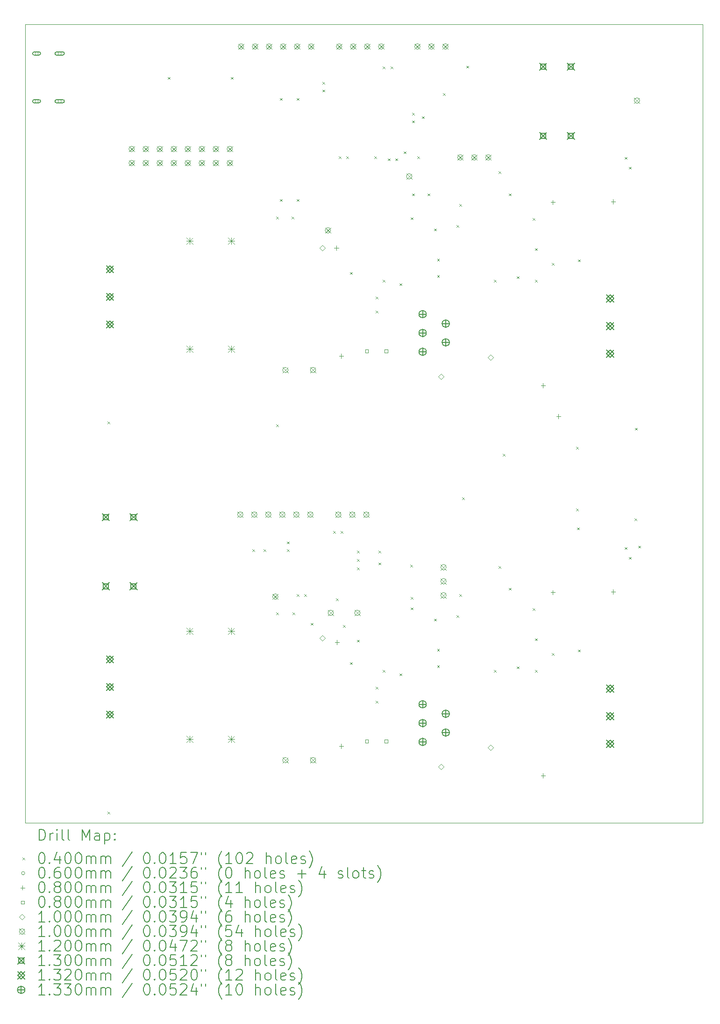
<source format=gbr>
%TF.GenerationSoftware,KiCad,Pcbnew,(6.0.7)*%
%TF.CreationDate,2022-10-24T22:46:27-04:00*%
%TF.ProjectId,LabPowerSupply,4c616250-6f77-4657-9253-7570706c792e,rev?*%
%TF.SameCoordinates,Original*%
%TF.FileFunction,Drillmap*%
%TF.FilePolarity,Positive*%
%FSLAX45Y45*%
G04 Gerber Fmt 4.5, Leading zero omitted, Abs format (unit mm)*
G04 Created by KiCad (PCBNEW (6.0.7)) date 2022-10-24 22:46:27*
%MOMM*%
%LPD*%
G01*
G04 APERTURE LIST*
%ADD10C,0.100000*%
%ADD11C,0.200000*%
%ADD12C,0.040000*%
%ADD13C,0.060000*%
%ADD14C,0.080000*%
%ADD15C,0.120000*%
%ADD16C,0.130000*%
%ADD17C,0.132000*%
%ADD18C,0.133000*%
G04 APERTURE END LIST*
D10*
X3581400Y-3067050D02*
X15862300Y-3067050D01*
X15862300Y-3067050D02*
X15862300Y-17519650D01*
X15862300Y-17519650D02*
X3581400Y-17519650D01*
X3581400Y-17519650D02*
X3581400Y-3067050D01*
D11*
D12*
X5072700Y-10254300D02*
X5112700Y-10294300D01*
X5112700Y-10254300D02*
X5072700Y-10294300D01*
X5072700Y-17315500D02*
X5112700Y-17355500D01*
X5112700Y-17315500D02*
X5072700Y-17355500D01*
X6164900Y-4018600D02*
X6204900Y-4058600D01*
X6204900Y-4018600D02*
X6164900Y-4058600D01*
X7307900Y-4018600D02*
X7347900Y-4058600D01*
X7347900Y-4018600D02*
X7307900Y-4058600D01*
X7701600Y-12565700D02*
X7741600Y-12605700D01*
X7741600Y-12565700D02*
X7701600Y-12605700D01*
X7904800Y-12565700D02*
X7944800Y-12605700D01*
X7944800Y-12565700D02*
X7904800Y-12605700D01*
X8133400Y-6545900D02*
X8173400Y-6585900D01*
X8173400Y-6545900D02*
X8133400Y-6585900D01*
X8133400Y-10305100D02*
X8173400Y-10345100D01*
X8173400Y-10305100D02*
X8133400Y-10345100D01*
X8133400Y-13708700D02*
X8173400Y-13748700D01*
X8173400Y-13708700D02*
X8133400Y-13748700D01*
X8196900Y-4399600D02*
X8236900Y-4439600D01*
X8236900Y-4399600D02*
X8196900Y-4439600D01*
X8196900Y-6228400D02*
X8236900Y-6268400D01*
X8236900Y-6228400D02*
X8196900Y-6268400D01*
X8323900Y-12426000D02*
X8363900Y-12466000D01*
X8363900Y-12426000D02*
X8323900Y-12466000D01*
X8323900Y-12565700D02*
X8363900Y-12605700D01*
X8363900Y-12565700D02*
X8323900Y-12605700D01*
X8412800Y-6545900D02*
X8452800Y-6585900D01*
X8452800Y-6545900D02*
X8412800Y-6585900D01*
X8425500Y-13708700D02*
X8465500Y-13748700D01*
X8465500Y-13708700D02*
X8425500Y-13748700D01*
X8501700Y-4399600D02*
X8541700Y-4439600D01*
X8541700Y-4399600D02*
X8501700Y-4439600D01*
X8501700Y-6228400D02*
X8541700Y-6268400D01*
X8541700Y-6228400D02*
X8501700Y-6268400D01*
X8501700Y-13378500D02*
X8541700Y-13418500D01*
X8541700Y-13378500D02*
X8501700Y-13418500D01*
X8641400Y-13378500D02*
X8681400Y-13418500D01*
X8681400Y-13378500D02*
X8641400Y-13418500D01*
X8755700Y-13899200D02*
X8795700Y-13939200D01*
X8795700Y-13899200D02*
X8755700Y-13939200D01*
X8971600Y-4107500D02*
X9011600Y-4147500D01*
X9011600Y-4107500D02*
X8971600Y-4147500D01*
X8971600Y-4247200D02*
X9011600Y-4287200D01*
X9011600Y-4247200D02*
X8971600Y-4287200D01*
X9162100Y-12235500D02*
X9202100Y-12275500D01*
X9202100Y-12235500D02*
X9162100Y-12275500D01*
X9212900Y-13454700D02*
X9252900Y-13494700D01*
X9252900Y-13454700D02*
X9212900Y-13494700D01*
X9263700Y-5453700D02*
X9303700Y-5493700D01*
X9303700Y-5453700D02*
X9263700Y-5493700D01*
X9301800Y-12235500D02*
X9341800Y-12275500D01*
X9341800Y-12235500D02*
X9301800Y-12275500D01*
X9339900Y-13937300D02*
X9379900Y-13977300D01*
X9379900Y-13937300D02*
X9339900Y-13977300D01*
X9403400Y-5453700D02*
X9443400Y-5493700D01*
X9443400Y-5453700D02*
X9403400Y-5493700D01*
X9466900Y-7549200D02*
X9506900Y-7589200D01*
X9506900Y-7549200D02*
X9466900Y-7589200D01*
X9466900Y-14610400D02*
X9506900Y-14650400D01*
X9506900Y-14610400D02*
X9466900Y-14650400D01*
X9593900Y-12591100D02*
X9633900Y-12631100D01*
X9633900Y-12591100D02*
X9593900Y-12631100D01*
X9593900Y-12743500D02*
X9633900Y-12783500D01*
X9633900Y-12743500D02*
X9593900Y-12783500D01*
X9593900Y-12895900D02*
X9633900Y-12935900D01*
X9633900Y-12895900D02*
X9593900Y-12935900D01*
X9593900Y-14204000D02*
X9633900Y-14244000D01*
X9633900Y-14204000D02*
X9593900Y-14244000D01*
X9911400Y-5453700D02*
X9951400Y-5493700D01*
X9951400Y-5453700D02*
X9911400Y-5493700D01*
X9936800Y-7993700D02*
X9976800Y-8033700D01*
X9976800Y-7993700D02*
X9936800Y-8033700D01*
X9936800Y-8247700D02*
X9976800Y-8287700D01*
X9976800Y-8247700D02*
X9936800Y-8287700D01*
X9936800Y-15054900D02*
X9976800Y-15094900D01*
X9976800Y-15054900D02*
X9936800Y-15094900D01*
X9936800Y-15308900D02*
X9976800Y-15348900D01*
X9976800Y-15308900D02*
X9936800Y-15348900D01*
X9987600Y-12591100D02*
X10027600Y-12631100D01*
X10027600Y-12591100D02*
X9987600Y-12631100D01*
X9987600Y-12807000D02*
X10027600Y-12847000D01*
X10027600Y-12807000D02*
X9987600Y-12847000D01*
X10063800Y-3828100D02*
X10103800Y-3868100D01*
X10103800Y-3828100D02*
X10063800Y-3868100D01*
X10063800Y-7688900D02*
X10103800Y-7728900D01*
X10103800Y-7688900D02*
X10063800Y-7728900D01*
X10063800Y-14750100D02*
X10103800Y-14790100D01*
X10103800Y-14750100D02*
X10063800Y-14790100D01*
X10152700Y-5491800D02*
X10192700Y-5531800D01*
X10192700Y-5491800D02*
X10152700Y-5531800D01*
X10203500Y-3828100D02*
X10243500Y-3868100D01*
X10243500Y-3828100D02*
X10203500Y-3868100D01*
X10292400Y-5491800D02*
X10332400Y-5531800D01*
X10332400Y-5491800D02*
X10292400Y-5531800D01*
X10368600Y-7752400D02*
X10408600Y-7792400D01*
X10408600Y-7752400D02*
X10368600Y-7792400D01*
X10368600Y-14813600D02*
X10408600Y-14853600D01*
X10408600Y-14813600D02*
X10368600Y-14853600D01*
X10444800Y-5364800D02*
X10484800Y-5404800D01*
X10484800Y-5364800D02*
X10444800Y-5404800D01*
X10559100Y-12845100D02*
X10599100Y-12885100D01*
X10599100Y-12845100D02*
X10559100Y-12885100D01*
X10571800Y-6558600D02*
X10611800Y-6598600D01*
X10611800Y-6558600D02*
X10571800Y-6598600D01*
X10571800Y-13429300D02*
X10611800Y-13469300D01*
X10611800Y-13429300D02*
X10571800Y-13469300D01*
X10571800Y-13619800D02*
X10611800Y-13659800D01*
X10611800Y-13619800D02*
X10571800Y-13659800D01*
X10597200Y-4666300D02*
X10637200Y-4706300D01*
X10637200Y-4666300D02*
X10597200Y-4706300D01*
X10597200Y-4806000D02*
X10637200Y-4846000D01*
X10637200Y-4806000D02*
X10597200Y-4846000D01*
X10597200Y-6126800D02*
X10637200Y-6166800D01*
X10637200Y-6126800D02*
X10597200Y-6166800D01*
X10686100Y-5453700D02*
X10726100Y-5493700D01*
X10726100Y-5453700D02*
X10686100Y-5493700D01*
X10775000Y-4729800D02*
X10815000Y-4769800D01*
X10815000Y-4729800D02*
X10775000Y-4769800D01*
X10876600Y-6126800D02*
X10916600Y-6166800D01*
X10916600Y-6126800D02*
X10876600Y-6166800D01*
X10990900Y-6761800D02*
X11030900Y-6801800D01*
X11030900Y-6761800D02*
X10990900Y-6801800D01*
X10990900Y-13823000D02*
X11030900Y-13863000D01*
X11030900Y-13823000D02*
X10990900Y-13863000D01*
X11046600Y-7310650D02*
X11086600Y-7350650D01*
X11086600Y-7310650D02*
X11046600Y-7350650D01*
X11046600Y-7602750D02*
X11086600Y-7642750D01*
X11086600Y-7602750D02*
X11046600Y-7642750D01*
X11046600Y-14371850D02*
X11086600Y-14411850D01*
X11086600Y-14371850D02*
X11046600Y-14411850D01*
X11046600Y-14663950D02*
X11086600Y-14703950D01*
X11086600Y-14663950D02*
X11046600Y-14703950D01*
X11156000Y-4310700D02*
X11196000Y-4350700D01*
X11196000Y-4310700D02*
X11156000Y-4350700D01*
X11397300Y-6701250D02*
X11437300Y-6741250D01*
X11437300Y-6701250D02*
X11397300Y-6741250D01*
X11397300Y-13762450D02*
X11437300Y-13802450D01*
X11437300Y-13762450D02*
X11397300Y-13802450D01*
X11448100Y-6317300D02*
X11488100Y-6357300D01*
X11488100Y-6317300D02*
X11448100Y-6357300D01*
X11448100Y-13378500D02*
X11488100Y-13418500D01*
X11488100Y-13378500D02*
X11448100Y-13418500D01*
X11498900Y-11625900D02*
X11538900Y-11665900D01*
X11538900Y-11625900D02*
X11498900Y-11665900D01*
X11575100Y-3815400D02*
X11615100Y-3855400D01*
X11615100Y-3815400D02*
X11575100Y-3855400D01*
X12075300Y-7691750D02*
X12115300Y-7731750D01*
X12115300Y-7691750D02*
X12075300Y-7731750D01*
X12075300Y-14752950D02*
X12115300Y-14792950D01*
X12115300Y-14752950D02*
X12075300Y-14792950D01*
X12159300Y-5726800D02*
X12199300Y-5766800D01*
X12199300Y-5726800D02*
X12159300Y-5766800D01*
X12159300Y-12870500D02*
X12199300Y-12910500D01*
X12199300Y-12870500D02*
X12159300Y-12910500D01*
X12235500Y-10838500D02*
X12275500Y-10878500D01*
X12275500Y-10838500D02*
X12235500Y-10878500D01*
X12349800Y-6126800D02*
X12389800Y-6166800D01*
X12389800Y-6126800D02*
X12349800Y-6166800D01*
X12349800Y-13264200D02*
X12389800Y-13304200D01*
X12389800Y-13264200D02*
X12349800Y-13304200D01*
X12489500Y-7625400D02*
X12529500Y-7665400D01*
X12529500Y-7625400D02*
X12489500Y-7665400D01*
X12489500Y-14686600D02*
X12529500Y-14726600D01*
X12529500Y-14686600D02*
X12489500Y-14726600D01*
X12781600Y-6571300D02*
X12821600Y-6611300D01*
X12821600Y-6571300D02*
X12781600Y-6611300D01*
X12781600Y-13632500D02*
X12821600Y-13672500D01*
X12821600Y-13632500D02*
X12781600Y-13672500D01*
X12819700Y-7117400D02*
X12859700Y-7157400D01*
X12859700Y-7117400D02*
X12819700Y-7157400D01*
X12819700Y-7688900D02*
X12859700Y-7728900D01*
X12859700Y-7688900D02*
X12819700Y-7728900D01*
X12819700Y-14178600D02*
X12859700Y-14218600D01*
X12859700Y-14178600D02*
X12819700Y-14218600D01*
X12819700Y-14750100D02*
X12859700Y-14790100D01*
X12859700Y-14750100D02*
X12819700Y-14790100D01*
X13124500Y-7384100D02*
X13164500Y-7424100D01*
X13164500Y-7384100D02*
X13124500Y-7424100D01*
X13124500Y-14445300D02*
X13164500Y-14485300D01*
X13164500Y-14445300D02*
X13124500Y-14485300D01*
X13569000Y-10711500D02*
X13609000Y-10751500D01*
X13609000Y-10711500D02*
X13569000Y-10751500D01*
X13569000Y-11829100D02*
X13609000Y-11869100D01*
X13609000Y-11829100D02*
X13569000Y-11869100D01*
X13581700Y-12172000D02*
X13621700Y-12212000D01*
X13621700Y-12172000D02*
X13581700Y-12212000D01*
X13597650Y-7320600D02*
X13637650Y-7360600D01*
X13637650Y-7320600D02*
X13597650Y-7360600D01*
X13597650Y-14381800D02*
X13637650Y-14421800D01*
X13637650Y-14381800D02*
X13597650Y-14421800D01*
X14445300Y-5466400D02*
X14485300Y-5506400D01*
X14485300Y-5466400D02*
X14445300Y-5506400D01*
X14445300Y-12527600D02*
X14485300Y-12567600D01*
X14485300Y-12527600D02*
X14445300Y-12567600D01*
X14521500Y-5644200D02*
X14561500Y-5684200D01*
X14561500Y-5644200D02*
X14521500Y-5684200D01*
X14521500Y-12705400D02*
X14561500Y-12745400D01*
X14561500Y-12705400D02*
X14521500Y-12745400D01*
X14623100Y-12006900D02*
X14663100Y-12046900D01*
X14663100Y-12006900D02*
X14623100Y-12046900D01*
X14635800Y-10368600D02*
X14675800Y-10408600D01*
X14675800Y-10368600D02*
X14635800Y-10408600D01*
X14689850Y-12502200D02*
X14729850Y-12542200D01*
X14729850Y-12502200D02*
X14689850Y-12542200D01*
D13*
X3819200Y-3593900D02*
G75*
G03*
X3819200Y-3593900I-30000J0D01*
G01*
D11*
X3749200Y-3623900D02*
X3829200Y-3623900D01*
X3749200Y-3563900D02*
X3829200Y-3563900D01*
X3829200Y-3623900D02*
G75*
G03*
X3829200Y-3563900I0J30000D01*
G01*
X3749200Y-3563900D02*
G75*
G03*
X3749200Y-3623900I0J-30000D01*
G01*
D13*
X3819200Y-4457900D02*
G75*
G03*
X3819200Y-4457900I-30000J0D01*
G01*
D11*
X3749200Y-4487900D02*
X3829200Y-4487900D01*
X3749200Y-4427900D02*
X3829200Y-4427900D01*
X3829200Y-4487900D02*
G75*
G03*
X3829200Y-4427900I0J30000D01*
G01*
X3749200Y-4427900D02*
G75*
G03*
X3749200Y-4487900I0J-30000D01*
G01*
D13*
X4236200Y-3593900D02*
G75*
G03*
X4236200Y-3593900I-30000J0D01*
G01*
D11*
X4151200Y-3623900D02*
X4261200Y-3623900D01*
X4151200Y-3563900D02*
X4261200Y-3563900D01*
X4261200Y-3623900D02*
G75*
G03*
X4261200Y-3563900I0J30000D01*
G01*
X4151200Y-3563900D02*
G75*
G03*
X4151200Y-3623900I0J-30000D01*
G01*
D13*
X4236200Y-4457900D02*
G75*
G03*
X4236200Y-4457900I-30000J0D01*
G01*
D11*
X4151200Y-4487900D02*
X4261200Y-4487900D01*
X4151200Y-4427900D02*
X4261200Y-4427900D01*
X4261200Y-4487900D02*
G75*
G03*
X4261200Y-4427900I0J30000D01*
G01*
X4151200Y-4427900D02*
G75*
G03*
X4151200Y-4487900I0J-30000D01*
G01*
D14*
X9220200Y-7072000D02*
X9220200Y-7152000D01*
X9180200Y-7112000D02*
X9260200Y-7112000D01*
X9232900Y-14209400D02*
X9232900Y-14289400D01*
X9192900Y-14249400D02*
X9272900Y-14249400D01*
X9309100Y-9027800D02*
X9309100Y-9107800D01*
X9269100Y-9067800D02*
X9349100Y-9067800D01*
X9309100Y-16089000D02*
X9309100Y-16169000D01*
X9269100Y-16129000D02*
X9349100Y-16129000D01*
X12966700Y-9561200D02*
X12966700Y-9641200D01*
X12926700Y-9601200D02*
X13006700Y-9601200D01*
X12966700Y-16622400D02*
X12966700Y-16702400D01*
X12926700Y-16662400D02*
X13006700Y-16662400D01*
X13144500Y-6246500D02*
X13144500Y-6326500D01*
X13104500Y-6286500D02*
X13184500Y-6286500D01*
X13144500Y-13307700D02*
X13144500Y-13387700D01*
X13104500Y-13347700D02*
X13184500Y-13347700D01*
X13246100Y-10120000D02*
X13246100Y-10200000D01*
X13206100Y-10160000D02*
X13286100Y-10160000D01*
X14236700Y-6233800D02*
X14236700Y-6313800D01*
X14196700Y-6273800D02*
X14276700Y-6273800D01*
X14236700Y-13295000D02*
X14236700Y-13375000D01*
X14196700Y-13335000D02*
X14276700Y-13335000D01*
X9800185Y-9007185D02*
X9800185Y-8950616D01*
X9743616Y-8950616D01*
X9743616Y-9007185D01*
X9800185Y-9007185D01*
X9800185Y-16068384D02*
X9800185Y-16011815D01*
X9743616Y-16011815D01*
X9743616Y-16068384D01*
X9800185Y-16068384D01*
X10150185Y-9007185D02*
X10150185Y-8950616D01*
X10093616Y-8950616D01*
X10093616Y-9007185D01*
X10150185Y-9007185D01*
X10150185Y-16068384D02*
X10150185Y-16011815D01*
X10093616Y-16011815D01*
X10093616Y-16068384D01*
X10150185Y-16068384D01*
D10*
X8966200Y-7162000D02*
X9016200Y-7112000D01*
X8966200Y-7062000D01*
X8916200Y-7112000D01*
X8966200Y-7162000D01*
X8966200Y-14223200D02*
X9016200Y-14173200D01*
X8966200Y-14123200D01*
X8916200Y-14173200D01*
X8966200Y-14223200D01*
X11117400Y-9489050D02*
X11167400Y-9439050D01*
X11117400Y-9389050D01*
X11067400Y-9439050D01*
X11117400Y-9489050D01*
X11117400Y-16550250D02*
X11167400Y-16500250D01*
X11117400Y-16450250D01*
X11067400Y-16500250D01*
X11117400Y-16550250D01*
X12019100Y-9146150D02*
X12069100Y-9096150D01*
X12019100Y-9046150D01*
X11969100Y-9096150D01*
X12019100Y-9146150D01*
X12019100Y-16207350D02*
X12069100Y-16157350D01*
X12019100Y-16107350D01*
X11969100Y-16157350D01*
X12019100Y-16207350D01*
X5461800Y-5271300D02*
X5561800Y-5371300D01*
X5561800Y-5271300D02*
X5461800Y-5371300D01*
X5561800Y-5321300D02*
G75*
G03*
X5561800Y-5321300I-50000J0D01*
G01*
X5461800Y-5525300D02*
X5561800Y-5625300D01*
X5561800Y-5525300D02*
X5461800Y-5625300D01*
X5561800Y-5575300D02*
G75*
G03*
X5561800Y-5575300I-50000J0D01*
G01*
X5715800Y-5271300D02*
X5815800Y-5371300D01*
X5815800Y-5271300D02*
X5715800Y-5371300D01*
X5815800Y-5321300D02*
G75*
G03*
X5815800Y-5321300I-50000J0D01*
G01*
X5715800Y-5525300D02*
X5815800Y-5625300D01*
X5815800Y-5525300D02*
X5715800Y-5625300D01*
X5815800Y-5575300D02*
G75*
G03*
X5815800Y-5575300I-50000J0D01*
G01*
X5969800Y-5271300D02*
X6069800Y-5371300D01*
X6069800Y-5271300D02*
X5969800Y-5371300D01*
X6069800Y-5321300D02*
G75*
G03*
X6069800Y-5321300I-50000J0D01*
G01*
X5969800Y-5525300D02*
X6069800Y-5625300D01*
X6069800Y-5525300D02*
X5969800Y-5625300D01*
X6069800Y-5575300D02*
G75*
G03*
X6069800Y-5575300I-50000J0D01*
G01*
X6223800Y-5271300D02*
X6323800Y-5371300D01*
X6323800Y-5271300D02*
X6223800Y-5371300D01*
X6323800Y-5321300D02*
G75*
G03*
X6323800Y-5321300I-50000J0D01*
G01*
X6223800Y-5525300D02*
X6323800Y-5625300D01*
X6323800Y-5525300D02*
X6223800Y-5625300D01*
X6323800Y-5575300D02*
G75*
G03*
X6323800Y-5575300I-50000J0D01*
G01*
X6477800Y-5271300D02*
X6577800Y-5371300D01*
X6577800Y-5271300D02*
X6477800Y-5371300D01*
X6577800Y-5321300D02*
G75*
G03*
X6577800Y-5321300I-50000J0D01*
G01*
X6477800Y-5525300D02*
X6577800Y-5625300D01*
X6577800Y-5525300D02*
X6477800Y-5625300D01*
X6577800Y-5575300D02*
G75*
G03*
X6577800Y-5575300I-50000J0D01*
G01*
X6731800Y-5271300D02*
X6831800Y-5371300D01*
X6831800Y-5271300D02*
X6731800Y-5371300D01*
X6831800Y-5321300D02*
G75*
G03*
X6831800Y-5321300I-50000J0D01*
G01*
X6731800Y-5525300D02*
X6831800Y-5625300D01*
X6831800Y-5525300D02*
X6731800Y-5625300D01*
X6831800Y-5575300D02*
G75*
G03*
X6831800Y-5575300I-50000J0D01*
G01*
X6985800Y-5271300D02*
X7085800Y-5371300D01*
X7085800Y-5271300D02*
X6985800Y-5371300D01*
X7085800Y-5321300D02*
G75*
G03*
X7085800Y-5321300I-50000J0D01*
G01*
X6985800Y-5525300D02*
X7085800Y-5625300D01*
X7085800Y-5525300D02*
X6985800Y-5625300D01*
X7085800Y-5575300D02*
G75*
G03*
X7085800Y-5575300I-50000J0D01*
G01*
X7239800Y-5271300D02*
X7339800Y-5371300D01*
X7339800Y-5271300D02*
X7239800Y-5371300D01*
X7339800Y-5321300D02*
G75*
G03*
X7339800Y-5321300I-50000J0D01*
G01*
X7239800Y-5525300D02*
X7339800Y-5625300D01*
X7339800Y-5525300D02*
X7239800Y-5625300D01*
X7339800Y-5575300D02*
G75*
G03*
X7339800Y-5575300I-50000J0D01*
G01*
X7430300Y-11888000D02*
X7530300Y-11988000D01*
X7530300Y-11888000D02*
X7430300Y-11988000D01*
X7530300Y-11938000D02*
G75*
G03*
X7530300Y-11938000I-50000J0D01*
G01*
X7443000Y-3417100D02*
X7543000Y-3517100D01*
X7543000Y-3417100D02*
X7443000Y-3517100D01*
X7543000Y-3467100D02*
G75*
G03*
X7543000Y-3467100I-50000J0D01*
G01*
X7684300Y-11888000D02*
X7784300Y-11988000D01*
X7784300Y-11888000D02*
X7684300Y-11988000D01*
X7784300Y-11938000D02*
G75*
G03*
X7784300Y-11938000I-50000J0D01*
G01*
X7697000Y-3417100D02*
X7797000Y-3517100D01*
X7797000Y-3417100D02*
X7697000Y-3517100D01*
X7797000Y-3467100D02*
G75*
G03*
X7797000Y-3467100I-50000J0D01*
G01*
X7938300Y-11888000D02*
X8038300Y-11988000D01*
X8038300Y-11888000D02*
X7938300Y-11988000D01*
X8038300Y-11938000D02*
G75*
G03*
X8038300Y-11938000I-50000J0D01*
G01*
X7951000Y-3417100D02*
X8051000Y-3517100D01*
X8051000Y-3417100D02*
X7951000Y-3517100D01*
X8051000Y-3467100D02*
G75*
G03*
X8051000Y-3467100I-50000J0D01*
G01*
X8065300Y-13373900D02*
X8165300Y-13473900D01*
X8165300Y-13373900D02*
X8065300Y-13473900D01*
X8165300Y-13423900D02*
G75*
G03*
X8165300Y-13423900I-50000J0D01*
G01*
X8192300Y-11888000D02*
X8292300Y-11988000D01*
X8292300Y-11888000D02*
X8192300Y-11988000D01*
X8292300Y-11938000D02*
G75*
G03*
X8292300Y-11938000I-50000J0D01*
G01*
X8205000Y-3417100D02*
X8305000Y-3517100D01*
X8305000Y-3417100D02*
X8205000Y-3517100D01*
X8305000Y-3467100D02*
G75*
G03*
X8305000Y-3467100I-50000J0D01*
G01*
X8247632Y-9271800D02*
X8347632Y-9371800D01*
X8347632Y-9271800D02*
X8247632Y-9371800D01*
X8347632Y-9321800D02*
G75*
G03*
X8347632Y-9321800I-50000J0D01*
G01*
X8247632Y-16333000D02*
X8347632Y-16433000D01*
X8347632Y-16333000D02*
X8247632Y-16433000D01*
X8347632Y-16383000D02*
G75*
G03*
X8347632Y-16383000I-50000J0D01*
G01*
X8446300Y-11888000D02*
X8546300Y-11988000D01*
X8546300Y-11888000D02*
X8446300Y-11988000D01*
X8546300Y-11938000D02*
G75*
G03*
X8546300Y-11938000I-50000J0D01*
G01*
X8459000Y-3417100D02*
X8559000Y-3517100D01*
X8559000Y-3417100D02*
X8459000Y-3517100D01*
X8559000Y-3467100D02*
G75*
G03*
X8559000Y-3467100I-50000J0D01*
G01*
X8700300Y-11888000D02*
X8800300Y-11988000D01*
X8800300Y-11888000D02*
X8700300Y-11988000D01*
X8800300Y-11938000D02*
G75*
G03*
X8800300Y-11938000I-50000J0D01*
G01*
X8713000Y-3417100D02*
X8813000Y-3517100D01*
X8813000Y-3417100D02*
X8713000Y-3517100D01*
X8813000Y-3467100D02*
G75*
G03*
X8813000Y-3467100I-50000J0D01*
G01*
X8747632Y-9271800D02*
X8847632Y-9371800D01*
X8847632Y-9271800D02*
X8747632Y-9371800D01*
X8847632Y-9321800D02*
G75*
G03*
X8847632Y-9321800I-50000J0D01*
G01*
X8747632Y-16333000D02*
X8847632Y-16433000D01*
X8847632Y-16333000D02*
X8747632Y-16433000D01*
X8847632Y-16383000D02*
G75*
G03*
X8847632Y-16383000I-50000J0D01*
G01*
X9017800Y-6744500D02*
X9117800Y-6844500D01*
X9117800Y-6744500D02*
X9017800Y-6844500D01*
X9117800Y-6794500D02*
G75*
G03*
X9117800Y-6794500I-50000J0D01*
G01*
X9068600Y-13666000D02*
X9168600Y-13766000D01*
X9168600Y-13666000D02*
X9068600Y-13766000D01*
X9168600Y-13716000D02*
G75*
G03*
X9168600Y-13716000I-50000J0D01*
G01*
X9206800Y-11890500D02*
X9306800Y-11990500D01*
X9306800Y-11890500D02*
X9206800Y-11990500D01*
X9306800Y-11940500D02*
G75*
G03*
X9306800Y-11940500I-50000J0D01*
G01*
X9221000Y-3417100D02*
X9321000Y-3517100D01*
X9321000Y-3417100D02*
X9221000Y-3517100D01*
X9321000Y-3467100D02*
G75*
G03*
X9321000Y-3467100I-50000J0D01*
G01*
X9460800Y-11890500D02*
X9560800Y-11990500D01*
X9560800Y-11890500D02*
X9460800Y-11990500D01*
X9560800Y-11940500D02*
G75*
G03*
X9560800Y-11940500I-50000J0D01*
G01*
X9475000Y-3417100D02*
X9575000Y-3517100D01*
X9575000Y-3417100D02*
X9475000Y-3517100D01*
X9575000Y-3467100D02*
G75*
G03*
X9575000Y-3467100I-50000J0D01*
G01*
X9551200Y-13666000D02*
X9651200Y-13766000D01*
X9651200Y-13666000D02*
X9551200Y-13766000D01*
X9651200Y-13716000D02*
G75*
G03*
X9651200Y-13716000I-50000J0D01*
G01*
X9714800Y-11890500D02*
X9814800Y-11990500D01*
X9814800Y-11890500D02*
X9714800Y-11990500D01*
X9814800Y-11940500D02*
G75*
G03*
X9814800Y-11940500I-50000J0D01*
G01*
X9729000Y-3417100D02*
X9829000Y-3517100D01*
X9829000Y-3417100D02*
X9729000Y-3517100D01*
X9829000Y-3467100D02*
G75*
G03*
X9829000Y-3467100I-50000J0D01*
G01*
X9983000Y-3417100D02*
X10083000Y-3517100D01*
X10083000Y-3417100D02*
X9983000Y-3517100D01*
X10083000Y-3467100D02*
G75*
G03*
X10083000Y-3467100I-50000J0D01*
G01*
X10491000Y-5766600D02*
X10591000Y-5866600D01*
X10591000Y-5766600D02*
X10491000Y-5866600D01*
X10591000Y-5816600D02*
G75*
G03*
X10591000Y-5816600I-50000J0D01*
G01*
X10639400Y-3417100D02*
X10739400Y-3517100D01*
X10739400Y-3417100D02*
X10639400Y-3517100D01*
X10739400Y-3467100D02*
G75*
G03*
X10739400Y-3467100I-50000J0D01*
G01*
X10893400Y-3417100D02*
X10993400Y-3517100D01*
X10993400Y-3417100D02*
X10893400Y-3517100D01*
X10993400Y-3467100D02*
G75*
G03*
X10993400Y-3467100I-50000J0D01*
G01*
X11113300Y-12842000D02*
X11213300Y-12942000D01*
X11213300Y-12842000D02*
X11113300Y-12942000D01*
X11213300Y-12892000D02*
G75*
G03*
X11213300Y-12892000I-50000J0D01*
G01*
X11113300Y-13096000D02*
X11213300Y-13196000D01*
X11213300Y-13096000D02*
X11113300Y-13196000D01*
X11213300Y-13146000D02*
G75*
G03*
X11213300Y-13146000I-50000J0D01*
G01*
X11113300Y-13350000D02*
X11213300Y-13450000D01*
X11213300Y-13350000D02*
X11113300Y-13450000D01*
X11213300Y-13400000D02*
G75*
G03*
X11213300Y-13400000I-50000J0D01*
G01*
X11147400Y-3417100D02*
X11247400Y-3517100D01*
X11247400Y-3417100D02*
X11147400Y-3517100D01*
X11247400Y-3467100D02*
G75*
G03*
X11247400Y-3467100I-50000J0D01*
G01*
X11416600Y-5423700D02*
X11516600Y-5523700D01*
X11516600Y-5423700D02*
X11416600Y-5523700D01*
X11516600Y-5473700D02*
G75*
G03*
X11516600Y-5473700I-50000J0D01*
G01*
X11670600Y-5423700D02*
X11770600Y-5523700D01*
X11770600Y-5423700D02*
X11670600Y-5523700D01*
X11770600Y-5473700D02*
G75*
G03*
X11770600Y-5473700I-50000J0D01*
G01*
X11924600Y-5423700D02*
X12024600Y-5523700D01*
X12024600Y-5423700D02*
X11924600Y-5523700D01*
X12024600Y-5473700D02*
G75*
G03*
X12024600Y-5473700I-50000J0D01*
G01*
X14618500Y-4395000D02*
X14718500Y-4495000D01*
X14718500Y-4395000D02*
X14618500Y-4495000D01*
X14718500Y-4445000D02*
G75*
G03*
X14718500Y-4445000I-50000J0D01*
G01*
D15*
X6505200Y-6925000D02*
X6625200Y-7045000D01*
X6625200Y-6925000D02*
X6505200Y-7045000D01*
X6565200Y-6925000D02*
X6565200Y-7045000D01*
X6505200Y-6985000D02*
X6625200Y-6985000D01*
X6505200Y-8880800D02*
X6625200Y-9000800D01*
X6625200Y-8880800D02*
X6505200Y-9000800D01*
X6565200Y-8880800D02*
X6565200Y-9000800D01*
X6505200Y-8940800D02*
X6625200Y-8940800D01*
X6505200Y-13986200D02*
X6625200Y-14106200D01*
X6625200Y-13986200D02*
X6505200Y-14106200D01*
X6565200Y-13986200D02*
X6565200Y-14106200D01*
X6505200Y-14046200D02*
X6625200Y-14046200D01*
X6505200Y-15942000D02*
X6625200Y-16062000D01*
X6625200Y-15942000D02*
X6505200Y-16062000D01*
X6565200Y-15942000D02*
X6565200Y-16062000D01*
X6505200Y-16002000D02*
X6625200Y-16002000D01*
X7255200Y-6925000D02*
X7375200Y-7045000D01*
X7375200Y-6925000D02*
X7255200Y-7045000D01*
X7315200Y-6925000D02*
X7315200Y-7045000D01*
X7255200Y-6985000D02*
X7375200Y-6985000D01*
X7255200Y-8880800D02*
X7375200Y-9000800D01*
X7375200Y-8880800D02*
X7255200Y-9000800D01*
X7315200Y-8880800D02*
X7315200Y-9000800D01*
X7255200Y-8940800D02*
X7375200Y-8940800D01*
X7255200Y-13986200D02*
X7375200Y-14106200D01*
X7375200Y-13986200D02*
X7255200Y-14106200D01*
X7315200Y-13986200D02*
X7315200Y-14106200D01*
X7255200Y-14046200D02*
X7375200Y-14046200D01*
X7255200Y-15942000D02*
X7375200Y-16062000D01*
X7375200Y-15942000D02*
X7255200Y-16062000D01*
X7315200Y-15942000D02*
X7315200Y-16062000D01*
X7255200Y-16002000D02*
X7375200Y-16002000D01*
D16*
X4980900Y-11920100D02*
X5110900Y-12050100D01*
X5110900Y-11920100D02*
X4980900Y-12050100D01*
X5091862Y-12031062D02*
X5091862Y-11939138D01*
X4999938Y-11939138D01*
X4999938Y-12031062D01*
X5091862Y-12031062D01*
X4980900Y-13170100D02*
X5110900Y-13300100D01*
X5110900Y-13170100D02*
X4980900Y-13300100D01*
X5091862Y-13281062D02*
X5091862Y-13189138D01*
X4999938Y-13189138D01*
X4999938Y-13281062D01*
X5091862Y-13281062D01*
X5480900Y-11920100D02*
X5610900Y-12050100D01*
X5610900Y-11920100D02*
X5480900Y-12050100D01*
X5591862Y-12031062D02*
X5591862Y-11939138D01*
X5499938Y-11939138D01*
X5499938Y-12031062D01*
X5591862Y-12031062D01*
X5480900Y-13170100D02*
X5610900Y-13300100D01*
X5610900Y-13170100D02*
X5480900Y-13300100D01*
X5591862Y-13281062D02*
X5591862Y-13189138D01*
X5499938Y-13189138D01*
X5499938Y-13281062D01*
X5591862Y-13281062D01*
X12905700Y-3768700D02*
X13035700Y-3898700D01*
X13035700Y-3768700D02*
X12905700Y-3898700D01*
X13016662Y-3879662D02*
X13016662Y-3787738D01*
X12924738Y-3787738D01*
X12924738Y-3879662D01*
X13016662Y-3879662D01*
X12905700Y-5018700D02*
X13035700Y-5148700D01*
X13035700Y-5018700D02*
X12905700Y-5148700D01*
X13016662Y-5129662D02*
X13016662Y-5037738D01*
X12924738Y-5037738D01*
X12924738Y-5129662D01*
X13016662Y-5129662D01*
X13405700Y-3768700D02*
X13535700Y-3898700D01*
X13535700Y-3768700D02*
X13405700Y-3898700D01*
X13516662Y-3879662D02*
X13516662Y-3787738D01*
X13424738Y-3787738D01*
X13424738Y-3879662D01*
X13516662Y-3879662D01*
X13405700Y-5018700D02*
X13535700Y-5148700D01*
X13535700Y-5018700D02*
X13405700Y-5148700D01*
X13516662Y-5129662D02*
X13516662Y-5037738D01*
X13424738Y-5037738D01*
X13424738Y-5129662D01*
X13516662Y-5129662D01*
D17*
X5053100Y-7430300D02*
X5185100Y-7562300D01*
X5185100Y-7430300D02*
X5053100Y-7562300D01*
X5119100Y-7562300D02*
X5185100Y-7496300D01*
X5119100Y-7430300D01*
X5053100Y-7496300D01*
X5119100Y-7562300D01*
X5053100Y-7930300D02*
X5185100Y-8062300D01*
X5185100Y-7930300D02*
X5053100Y-8062300D01*
X5119100Y-8062300D02*
X5185100Y-7996300D01*
X5119100Y-7930300D01*
X5053100Y-7996300D01*
X5119100Y-8062300D01*
X5053100Y-8430300D02*
X5185100Y-8562300D01*
X5185100Y-8430300D02*
X5053100Y-8562300D01*
X5119100Y-8562300D02*
X5185100Y-8496300D01*
X5119100Y-8430300D01*
X5053100Y-8496300D01*
X5119100Y-8562300D01*
X5053100Y-14491500D02*
X5185100Y-14623500D01*
X5185100Y-14491500D02*
X5053100Y-14623500D01*
X5119100Y-14623500D02*
X5185100Y-14557500D01*
X5119100Y-14491500D01*
X5053100Y-14557500D01*
X5119100Y-14623500D01*
X5053100Y-14991500D02*
X5185100Y-15123500D01*
X5185100Y-14991500D02*
X5053100Y-15123500D01*
X5119100Y-15123500D02*
X5185100Y-15057500D01*
X5119100Y-14991500D01*
X5053100Y-15057500D01*
X5119100Y-15123500D01*
X5053100Y-15491500D02*
X5185100Y-15623500D01*
X5185100Y-15491500D02*
X5053100Y-15623500D01*
X5119100Y-15623500D02*
X5185100Y-15557500D01*
X5119100Y-15491500D01*
X5053100Y-15557500D01*
X5119100Y-15623500D01*
X14117900Y-7960400D02*
X14249900Y-8092400D01*
X14249900Y-7960400D02*
X14117900Y-8092400D01*
X14183900Y-8092400D02*
X14249900Y-8026400D01*
X14183900Y-7960400D01*
X14117900Y-8026400D01*
X14183900Y-8092400D01*
X14117900Y-8460400D02*
X14249900Y-8592400D01*
X14249900Y-8460400D02*
X14117900Y-8592400D01*
X14183900Y-8592400D02*
X14249900Y-8526400D01*
X14183900Y-8460400D01*
X14117900Y-8526400D01*
X14183900Y-8592400D01*
X14117900Y-8960400D02*
X14249900Y-9092400D01*
X14249900Y-8960400D02*
X14117900Y-9092400D01*
X14183900Y-9092400D02*
X14249900Y-9026400D01*
X14183900Y-8960400D01*
X14117900Y-9026400D01*
X14183900Y-9092400D01*
X14117900Y-15021600D02*
X14249900Y-15153600D01*
X14249900Y-15021600D02*
X14117900Y-15153600D01*
X14183900Y-15153600D02*
X14249900Y-15087600D01*
X14183900Y-15021600D01*
X14117900Y-15087600D01*
X14183900Y-15153600D01*
X14117900Y-15521600D02*
X14249900Y-15653600D01*
X14249900Y-15521600D02*
X14117900Y-15653600D01*
X14183900Y-15653600D02*
X14249900Y-15587600D01*
X14183900Y-15521600D01*
X14117900Y-15587600D01*
X14183900Y-15653600D01*
X14117900Y-16021600D02*
X14249900Y-16153600D01*
X14249900Y-16021600D02*
X14117900Y-16153600D01*
X14183900Y-16153600D02*
X14249900Y-16087600D01*
X14183900Y-16021600D01*
X14117900Y-16087600D01*
X14183900Y-16153600D01*
D18*
X10784400Y-8244900D02*
X10784400Y-8377900D01*
X10717900Y-8311400D02*
X10850900Y-8311400D01*
X10850900Y-8311400D02*
G75*
G03*
X10850900Y-8311400I-66500J0D01*
G01*
X10784400Y-8584900D02*
X10784400Y-8717900D01*
X10717900Y-8651400D02*
X10850900Y-8651400D01*
X10850900Y-8651400D02*
G75*
G03*
X10850900Y-8651400I-66500J0D01*
G01*
X10784400Y-8924900D02*
X10784400Y-9057900D01*
X10717900Y-8991400D02*
X10850900Y-8991400D01*
X10850900Y-8991400D02*
G75*
G03*
X10850900Y-8991400I-66500J0D01*
G01*
X10784400Y-15306100D02*
X10784400Y-15439100D01*
X10717900Y-15372600D02*
X10850900Y-15372600D01*
X10850900Y-15372600D02*
G75*
G03*
X10850900Y-15372600I-66500J0D01*
G01*
X10784400Y-15646100D02*
X10784400Y-15779100D01*
X10717900Y-15712600D02*
X10850900Y-15712600D01*
X10850900Y-15712600D02*
G75*
G03*
X10850900Y-15712600I-66500J0D01*
G01*
X10784400Y-15986100D02*
X10784400Y-16119100D01*
X10717900Y-16052600D02*
X10850900Y-16052600D01*
X10850900Y-16052600D02*
G75*
G03*
X10850900Y-16052600I-66500J0D01*
G01*
X11203500Y-8414900D02*
X11203500Y-8547900D01*
X11137000Y-8481400D02*
X11270000Y-8481400D01*
X11270000Y-8481400D02*
G75*
G03*
X11270000Y-8481400I-66500J0D01*
G01*
X11203500Y-8754900D02*
X11203500Y-8887900D01*
X11137000Y-8821400D02*
X11270000Y-8821400D01*
X11270000Y-8821400D02*
G75*
G03*
X11270000Y-8821400I-66500J0D01*
G01*
X11203500Y-15476100D02*
X11203500Y-15609100D01*
X11137000Y-15542600D02*
X11270000Y-15542600D01*
X11270000Y-15542600D02*
G75*
G03*
X11270000Y-15542600I-66500J0D01*
G01*
X11203500Y-15816100D02*
X11203500Y-15949100D01*
X11137000Y-15882600D02*
X11270000Y-15882600D01*
X11270000Y-15882600D02*
G75*
G03*
X11270000Y-15882600I-66500J0D01*
G01*
D11*
X3834019Y-17835126D02*
X3834019Y-17635126D01*
X3881638Y-17635126D01*
X3910209Y-17644650D01*
X3929257Y-17663698D01*
X3938781Y-17682745D01*
X3948305Y-17720840D01*
X3948305Y-17749412D01*
X3938781Y-17787507D01*
X3929257Y-17806555D01*
X3910209Y-17825602D01*
X3881638Y-17835126D01*
X3834019Y-17835126D01*
X4034019Y-17835126D02*
X4034019Y-17701793D01*
X4034019Y-17739888D02*
X4043543Y-17720840D01*
X4053067Y-17711317D01*
X4072114Y-17701793D01*
X4091162Y-17701793D01*
X4157828Y-17835126D02*
X4157828Y-17701793D01*
X4157828Y-17635126D02*
X4148305Y-17644650D01*
X4157828Y-17654174D01*
X4167352Y-17644650D01*
X4157828Y-17635126D01*
X4157828Y-17654174D01*
X4281638Y-17835126D02*
X4262590Y-17825602D01*
X4253067Y-17806555D01*
X4253067Y-17635126D01*
X4386400Y-17835126D02*
X4367352Y-17825602D01*
X4357829Y-17806555D01*
X4357829Y-17635126D01*
X4614971Y-17835126D02*
X4614971Y-17635126D01*
X4681638Y-17777983D01*
X4748305Y-17635126D01*
X4748305Y-17835126D01*
X4929257Y-17835126D02*
X4929257Y-17730364D01*
X4919733Y-17711317D01*
X4900686Y-17701793D01*
X4862590Y-17701793D01*
X4843543Y-17711317D01*
X4929257Y-17825602D02*
X4910210Y-17835126D01*
X4862590Y-17835126D01*
X4843543Y-17825602D01*
X4834019Y-17806555D01*
X4834019Y-17787507D01*
X4843543Y-17768460D01*
X4862590Y-17758936D01*
X4910210Y-17758936D01*
X4929257Y-17749412D01*
X5024495Y-17701793D02*
X5024495Y-17901793D01*
X5024495Y-17711317D02*
X5043543Y-17701793D01*
X5081638Y-17701793D01*
X5100686Y-17711317D01*
X5110210Y-17720840D01*
X5119733Y-17739888D01*
X5119733Y-17797031D01*
X5110210Y-17816079D01*
X5100686Y-17825602D01*
X5081638Y-17835126D01*
X5043543Y-17835126D01*
X5024495Y-17825602D01*
X5205448Y-17816079D02*
X5214971Y-17825602D01*
X5205448Y-17835126D01*
X5195924Y-17825602D01*
X5205448Y-17816079D01*
X5205448Y-17835126D01*
X5205448Y-17711317D02*
X5214971Y-17720840D01*
X5205448Y-17730364D01*
X5195924Y-17720840D01*
X5205448Y-17711317D01*
X5205448Y-17730364D01*
D12*
X3536400Y-18144650D02*
X3576400Y-18184650D01*
X3576400Y-18144650D02*
X3536400Y-18184650D01*
D11*
X3872114Y-18055126D02*
X3891162Y-18055126D01*
X3910209Y-18064650D01*
X3919733Y-18074174D01*
X3929257Y-18093221D01*
X3938781Y-18131317D01*
X3938781Y-18178936D01*
X3929257Y-18217031D01*
X3919733Y-18236079D01*
X3910209Y-18245602D01*
X3891162Y-18255126D01*
X3872114Y-18255126D01*
X3853067Y-18245602D01*
X3843543Y-18236079D01*
X3834019Y-18217031D01*
X3824495Y-18178936D01*
X3824495Y-18131317D01*
X3834019Y-18093221D01*
X3843543Y-18074174D01*
X3853067Y-18064650D01*
X3872114Y-18055126D01*
X4024495Y-18236079D02*
X4034019Y-18245602D01*
X4024495Y-18255126D01*
X4014971Y-18245602D01*
X4024495Y-18236079D01*
X4024495Y-18255126D01*
X4205448Y-18121793D02*
X4205448Y-18255126D01*
X4157828Y-18045602D02*
X4110209Y-18188460D01*
X4234019Y-18188460D01*
X4348305Y-18055126D02*
X4367352Y-18055126D01*
X4386400Y-18064650D01*
X4395924Y-18074174D01*
X4405448Y-18093221D01*
X4414971Y-18131317D01*
X4414971Y-18178936D01*
X4405448Y-18217031D01*
X4395924Y-18236079D01*
X4386400Y-18245602D01*
X4367352Y-18255126D01*
X4348305Y-18255126D01*
X4329257Y-18245602D01*
X4319733Y-18236079D01*
X4310210Y-18217031D01*
X4300686Y-18178936D01*
X4300686Y-18131317D01*
X4310210Y-18093221D01*
X4319733Y-18074174D01*
X4329257Y-18064650D01*
X4348305Y-18055126D01*
X4538781Y-18055126D02*
X4557829Y-18055126D01*
X4576876Y-18064650D01*
X4586400Y-18074174D01*
X4595924Y-18093221D01*
X4605448Y-18131317D01*
X4605448Y-18178936D01*
X4595924Y-18217031D01*
X4586400Y-18236079D01*
X4576876Y-18245602D01*
X4557829Y-18255126D01*
X4538781Y-18255126D01*
X4519733Y-18245602D01*
X4510210Y-18236079D01*
X4500686Y-18217031D01*
X4491162Y-18178936D01*
X4491162Y-18131317D01*
X4500686Y-18093221D01*
X4510210Y-18074174D01*
X4519733Y-18064650D01*
X4538781Y-18055126D01*
X4691162Y-18255126D02*
X4691162Y-18121793D01*
X4691162Y-18140840D02*
X4700686Y-18131317D01*
X4719733Y-18121793D01*
X4748305Y-18121793D01*
X4767352Y-18131317D01*
X4776876Y-18150364D01*
X4776876Y-18255126D01*
X4776876Y-18150364D02*
X4786400Y-18131317D01*
X4805448Y-18121793D01*
X4834019Y-18121793D01*
X4853067Y-18131317D01*
X4862590Y-18150364D01*
X4862590Y-18255126D01*
X4957829Y-18255126D02*
X4957829Y-18121793D01*
X4957829Y-18140840D02*
X4967352Y-18131317D01*
X4986400Y-18121793D01*
X5014971Y-18121793D01*
X5034019Y-18131317D01*
X5043543Y-18150364D01*
X5043543Y-18255126D01*
X5043543Y-18150364D02*
X5053067Y-18131317D01*
X5072114Y-18121793D01*
X5100686Y-18121793D01*
X5119733Y-18131317D01*
X5129257Y-18150364D01*
X5129257Y-18255126D01*
X5519733Y-18045602D02*
X5348305Y-18302745D01*
X5776876Y-18055126D02*
X5795924Y-18055126D01*
X5814971Y-18064650D01*
X5824495Y-18074174D01*
X5834019Y-18093221D01*
X5843543Y-18131317D01*
X5843543Y-18178936D01*
X5834019Y-18217031D01*
X5824495Y-18236079D01*
X5814971Y-18245602D01*
X5795924Y-18255126D01*
X5776876Y-18255126D01*
X5757828Y-18245602D01*
X5748305Y-18236079D01*
X5738781Y-18217031D01*
X5729257Y-18178936D01*
X5729257Y-18131317D01*
X5738781Y-18093221D01*
X5748305Y-18074174D01*
X5757828Y-18064650D01*
X5776876Y-18055126D01*
X5929257Y-18236079D02*
X5938781Y-18245602D01*
X5929257Y-18255126D01*
X5919733Y-18245602D01*
X5929257Y-18236079D01*
X5929257Y-18255126D01*
X6062590Y-18055126D02*
X6081638Y-18055126D01*
X6100686Y-18064650D01*
X6110209Y-18074174D01*
X6119733Y-18093221D01*
X6129257Y-18131317D01*
X6129257Y-18178936D01*
X6119733Y-18217031D01*
X6110209Y-18236079D01*
X6100686Y-18245602D01*
X6081638Y-18255126D01*
X6062590Y-18255126D01*
X6043543Y-18245602D01*
X6034019Y-18236079D01*
X6024495Y-18217031D01*
X6014971Y-18178936D01*
X6014971Y-18131317D01*
X6024495Y-18093221D01*
X6034019Y-18074174D01*
X6043543Y-18064650D01*
X6062590Y-18055126D01*
X6319733Y-18255126D02*
X6205448Y-18255126D01*
X6262590Y-18255126D02*
X6262590Y-18055126D01*
X6243543Y-18083698D01*
X6224495Y-18102745D01*
X6205448Y-18112269D01*
X6500686Y-18055126D02*
X6405448Y-18055126D01*
X6395924Y-18150364D01*
X6405448Y-18140840D01*
X6424495Y-18131317D01*
X6472114Y-18131317D01*
X6491162Y-18140840D01*
X6500686Y-18150364D01*
X6510209Y-18169412D01*
X6510209Y-18217031D01*
X6500686Y-18236079D01*
X6491162Y-18245602D01*
X6472114Y-18255126D01*
X6424495Y-18255126D01*
X6405448Y-18245602D01*
X6395924Y-18236079D01*
X6576876Y-18055126D02*
X6710209Y-18055126D01*
X6624495Y-18255126D01*
X6776876Y-18055126D02*
X6776876Y-18093221D01*
X6853067Y-18055126D02*
X6853067Y-18093221D01*
X7148305Y-18331317D02*
X7138781Y-18321793D01*
X7119733Y-18293221D01*
X7110209Y-18274174D01*
X7100686Y-18245602D01*
X7091162Y-18197983D01*
X7091162Y-18159888D01*
X7100686Y-18112269D01*
X7110209Y-18083698D01*
X7119733Y-18064650D01*
X7138781Y-18036079D01*
X7148305Y-18026555D01*
X7329257Y-18255126D02*
X7214971Y-18255126D01*
X7272114Y-18255126D02*
X7272114Y-18055126D01*
X7253067Y-18083698D01*
X7234019Y-18102745D01*
X7214971Y-18112269D01*
X7453067Y-18055126D02*
X7472114Y-18055126D01*
X7491162Y-18064650D01*
X7500686Y-18074174D01*
X7510209Y-18093221D01*
X7519733Y-18131317D01*
X7519733Y-18178936D01*
X7510209Y-18217031D01*
X7500686Y-18236079D01*
X7491162Y-18245602D01*
X7472114Y-18255126D01*
X7453067Y-18255126D01*
X7434019Y-18245602D01*
X7424495Y-18236079D01*
X7414971Y-18217031D01*
X7405448Y-18178936D01*
X7405448Y-18131317D01*
X7414971Y-18093221D01*
X7424495Y-18074174D01*
X7434019Y-18064650D01*
X7453067Y-18055126D01*
X7595924Y-18074174D02*
X7605448Y-18064650D01*
X7624495Y-18055126D01*
X7672114Y-18055126D01*
X7691162Y-18064650D01*
X7700686Y-18074174D01*
X7710209Y-18093221D01*
X7710209Y-18112269D01*
X7700686Y-18140840D01*
X7586400Y-18255126D01*
X7710209Y-18255126D01*
X7948305Y-18255126D02*
X7948305Y-18055126D01*
X8034019Y-18255126D02*
X8034019Y-18150364D01*
X8024495Y-18131317D01*
X8005448Y-18121793D01*
X7976876Y-18121793D01*
X7957828Y-18131317D01*
X7948305Y-18140840D01*
X8157828Y-18255126D02*
X8138781Y-18245602D01*
X8129257Y-18236079D01*
X8119733Y-18217031D01*
X8119733Y-18159888D01*
X8129257Y-18140840D01*
X8138781Y-18131317D01*
X8157828Y-18121793D01*
X8186400Y-18121793D01*
X8205448Y-18131317D01*
X8214971Y-18140840D01*
X8224495Y-18159888D01*
X8224495Y-18217031D01*
X8214971Y-18236079D01*
X8205448Y-18245602D01*
X8186400Y-18255126D01*
X8157828Y-18255126D01*
X8338781Y-18255126D02*
X8319733Y-18245602D01*
X8310209Y-18226555D01*
X8310209Y-18055126D01*
X8491162Y-18245602D02*
X8472114Y-18255126D01*
X8434019Y-18255126D01*
X8414971Y-18245602D01*
X8405448Y-18226555D01*
X8405448Y-18150364D01*
X8414971Y-18131317D01*
X8434019Y-18121793D01*
X8472114Y-18121793D01*
X8491162Y-18131317D01*
X8500686Y-18150364D01*
X8500686Y-18169412D01*
X8405448Y-18188460D01*
X8576876Y-18245602D02*
X8595924Y-18255126D01*
X8634019Y-18255126D01*
X8653067Y-18245602D01*
X8662590Y-18226555D01*
X8662590Y-18217031D01*
X8653067Y-18197983D01*
X8634019Y-18188460D01*
X8605448Y-18188460D01*
X8586400Y-18178936D01*
X8576876Y-18159888D01*
X8576876Y-18150364D01*
X8586400Y-18131317D01*
X8605448Y-18121793D01*
X8634019Y-18121793D01*
X8653067Y-18131317D01*
X8729257Y-18331317D02*
X8738781Y-18321793D01*
X8757829Y-18293221D01*
X8767352Y-18274174D01*
X8776876Y-18245602D01*
X8786400Y-18197983D01*
X8786400Y-18159888D01*
X8776876Y-18112269D01*
X8767352Y-18083698D01*
X8757829Y-18064650D01*
X8738781Y-18036079D01*
X8729257Y-18026555D01*
D13*
X3576400Y-18428650D02*
G75*
G03*
X3576400Y-18428650I-30000J0D01*
G01*
D11*
X3872114Y-18319126D02*
X3891162Y-18319126D01*
X3910209Y-18328650D01*
X3919733Y-18338174D01*
X3929257Y-18357221D01*
X3938781Y-18395317D01*
X3938781Y-18442936D01*
X3929257Y-18481031D01*
X3919733Y-18500079D01*
X3910209Y-18509602D01*
X3891162Y-18519126D01*
X3872114Y-18519126D01*
X3853067Y-18509602D01*
X3843543Y-18500079D01*
X3834019Y-18481031D01*
X3824495Y-18442936D01*
X3824495Y-18395317D01*
X3834019Y-18357221D01*
X3843543Y-18338174D01*
X3853067Y-18328650D01*
X3872114Y-18319126D01*
X4024495Y-18500079D02*
X4034019Y-18509602D01*
X4024495Y-18519126D01*
X4014971Y-18509602D01*
X4024495Y-18500079D01*
X4024495Y-18519126D01*
X4205448Y-18319126D02*
X4167352Y-18319126D01*
X4148305Y-18328650D01*
X4138781Y-18338174D01*
X4119733Y-18366745D01*
X4110209Y-18404840D01*
X4110209Y-18481031D01*
X4119733Y-18500079D01*
X4129257Y-18509602D01*
X4148305Y-18519126D01*
X4186400Y-18519126D01*
X4205448Y-18509602D01*
X4214971Y-18500079D01*
X4224495Y-18481031D01*
X4224495Y-18433412D01*
X4214971Y-18414364D01*
X4205448Y-18404840D01*
X4186400Y-18395317D01*
X4148305Y-18395317D01*
X4129257Y-18404840D01*
X4119733Y-18414364D01*
X4110209Y-18433412D01*
X4348305Y-18319126D02*
X4367352Y-18319126D01*
X4386400Y-18328650D01*
X4395924Y-18338174D01*
X4405448Y-18357221D01*
X4414971Y-18395317D01*
X4414971Y-18442936D01*
X4405448Y-18481031D01*
X4395924Y-18500079D01*
X4386400Y-18509602D01*
X4367352Y-18519126D01*
X4348305Y-18519126D01*
X4329257Y-18509602D01*
X4319733Y-18500079D01*
X4310210Y-18481031D01*
X4300686Y-18442936D01*
X4300686Y-18395317D01*
X4310210Y-18357221D01*
X4319733Y-18338174D01*
X4329257Y-18328650D01*
X4348305Y-18319126D01*
X4538781Y-18319126D02*
X4557829Y-18319126D01*
X4576876Y-18328650D01*
X4586400Y-18338174D01*
X4595924Y-18357221D01*
X4605448Y-18395317D01*
X4605448Y-18442936D01*
X4595924Y-18481031D01*
X4586400Y-18500079D01*
X4576876Y-18509602D01*
X4557829Y-18519126D01*
X4538781Y-18519126D01*
X4519733Y-18509602D01*
X4510210Y-18500079D01*
X4500686Y-18481031D01*
X4491162Y-18442936D01*
X4491162Y-18395317D01*
X4500686Y-18357221D01*
X4510210Y-18338174D01*
X4519733Y-18328650D01*
X4538781Y-18319126D01*
X4691162Y-18519126D02*
X4691162Y-18385793D01*
X4691162Y-18404840D02*
X4700686Y-18395317D01*
X4719733Y-18385793D01*
X4748305Y-18385793D01*
X4767352Y-18395317D01*
X4776876Y-18414364D01*
X4776876Y-18519126D01*
X4776876Y-18414364D02*
X4786400Y-18395317D01*
X4805448Y-18385793D01*
X4834019Y-18385793D01*
X4853067Y-18395317D01*
X4862590Y-18414364D01*
X4862590Y-18519126D01*
X4957829Y-18519126D02*
X4957829Y-18385793D01*
X4957829Y-18404840D02*
X4967352Y-18395317D01*
X4986400Y-18385793D01*
X5014971Y-18385793D01*
X5034019Y-18395317D01*
X5043543Y-18414364D01*
X5043543Y-18519126D01*
X5043543Y-18414364D02*
X5053067Y-18395317D01*
X5072114Y-18385793D01*
X5100686Y-18385793D01*
X5119733Y-18395317D01*
X5129257Y-18414364D01*
X5129257Y-18519126D01*
X5519733Y-18309602D02*
X5348305Y-18566745D01*
X5776876Y-18319126D02*
X5795924Y-18319126D01*
X5814971Y-18328650D01*
X5824495Y-18338174D01*
X5834019Y-18357221D01*
X5843543Y-18395317D01*
X5843543Y-18442936D01*
X5834019Y-18481031D01*
X5824495Y-18500079D01*
X5814971Y-18509602D01*
X5795924Y-18519126D01*
X5776876Y-18519126D01*
X5757828Y-18509602D01*
X5748305Y-18500079D01*
X5738781Y-18481031D01*
X5729257Y-18442936D01*
X5729257Y-18395317D01*
X5738781Y-18357221D01*
X5748305Y-18338174D01*
X5757828Y-18328650D01*
X5776876Y-18319126D01*
X5929257Y-18500079D02*
X5938781Y-18509602D01*
X5929257Y-18519126D01*
X5919733Y-18509602D01*
X5929257Y-18500079D01*
X5929257Y-18519126D01*
X6062590Y-18319126D02*
X6081638Y-18319126D01*
X6100686Y-18328650D01*
X6110209Y-18338174D01*
X6119733Y-18357221D01*
X6129257Y-18395317D01*
X6129257Y-18442936D01*
X6119733Y-18481031D01*
X6110209Y-18500079D01*
X6100686Y-18509602D01*
X6081638Y-18519126D01*
X6062590Y-18519126D01*
X6043543Y-18509602D01*
X6034019Y-18500079D01*
X6024495Y-18481031D01*
X6014971Y-18442936D01*
X6014971Y-18395317D01*
X6024495Y-18357221D01*
X6034019Y-18338174D01*
X6043543Y-18328650D01*
X6062590Y-18319126D01*
X6205448Y-18338174D02*
X6214971Y-18328650D01*
X6234019Y-18319126D01*
X6281638Y-18319126D01*
X6300686Y-18328650D01*
X6310209Y-18338174D01*
X6319733Y-18357221D01*
X6319733Y-18376269D01*
X6310209Y-18404840D01*
X6195924Y-18519126D01*
X6319733Y-18519126D01*
X6386400Y-18319126D02*
X6510209Y-18319126D01*
X6443543Y-18395317D01*
X6472114Y-18395317D01*
X6491162Y-18404840D01*
X6500686Y-18414364D01*
X6510209Y-18433412D01*
X6510209Y-18481031D01*
X6500686Y-18500079D01*
X6491162Y-18509602D01*
X6472114Y-18519126D01*
X6414971Y-18519126D01*
X6395924Y-18509602D01*
X6386400Y-18500079D01*
X6681638Y-18319126D02*
X6643543Y-18319126D01*
X6624495Y-18328650D01*
X6614971Y-18338174D01*
X6595924Y-18366745D01*
X6586400Y-18404840D01*
X6586400Y-18481031D01*
X6595924Y-18500079D01*
X6605448Y-18509602D01*
X6624495Y-18519126D01*
X6662590Y-18519126D01*
X6681638Y-18509602D01*
X6691162Y-18500079D01*
X6700686Y-18481031D01*
X6700686Y-18433412D01*
X6691162Y-18414364D01*
X6681638Y-18404840D01*
X6662590Y-18395317D01*
X6624495Y-18395317D01*
X6605448Y-18404840D01*
X6595924Y-18414364D01*
X6586400Y-18433412D01*
X6776876Y-18319126D02*
X6776876Y-18357221D01*
X6853067Y-18319126D02*
X6853067Y-18357221D01*
X7148305Y-18595317D02*
X7138781Y-18585793D01*
X7119733Y-18557221D01*
X7110209Y-18538174D01*
X7100686Y-18509602D01*
X7091162Y-18461983D01*
X7091162Y-18423888D01*
X7100686Y-18376269D01*
X7110209Y-18347698D01*
X7119733Y-18328650D01*
X7138781Y-18300079D01*
X7148305Y-18290555D01*
X7262590Y-18319126D02*
X7281638Y-18319126D01*
X7300686Y-18328650D01*
X7310209Y-18338174D01*
X7319733Y-18357221D01*
X7329257Y-18395317D01*
X7329257Y-18442936D01*
X7319733Y-18481031D01*
X7310209Y-18500079D01*
X7300686Y-18509602D01*
X7281638Y-18519126D01*
X7262590Y-18519126D01*
X7243543Y-18509602D01*
X7234019Y-18500079D01*
X7224495Y-18481031D01*
X7214971Y-18442936D01*
X7214971Y-18395317D01*
X7224495Y-18357221D01*
X7234019Y-18338174D01*
X7243543Y-18328650D01*
X7262590Y-18319126D01*
X7567352Y-18519126D02*
X7567352Y-18319126D01*
X7653067Y-18519126D02*
X7653067Y-18414364D01*
X7643543Y-18395317D01*
X7624495Y-18385793D01*
X7595924Y-18385793D01*
X7576876Y-18395317D01*
X7567352Y-18404840D01*
X7776876Y-18519126D02*
X7757828Y-18509602D01*
X7748305Y-18500079D01*
X7738781Y-18481031D01*
X7738781Y-18423888D01*
X7748305Y-18404840D01*
X7757828Y-18395317D01*
X7776876Y-18385793D01*
X7805448Y-18385793D01*
X7824495Y-18395317D01*
X7834019Y-18404840D01*
X7843543Y-18423888D01*
X7843543Y-18481031D01*
X7834019Y-18500079D01*
X7824495Y-18509602D01*
X7805448Y-18519126D01*
X7776876Y-18519126D01*
X7957828Y-18519126D02*
X7938781Y-18509602D01*
X7929257Y-18490555D01*
X7929257Y-18319126D01*
X8110209Y-18509602D02*
X8091162Y-18519126D01*
X8053067Y-18519126D01*
X8034019Y-18509602D01*
X8024495Y-18490555D01*
X8024495Y-18414364D01*
X8034019Y-18395317D01*
X8053067Y-18385793D01*
X8091162Y-18385793D01*
X8110209Y-18395317D01*
X8119733Y-18414364D01*
X8119733Y-18433412D01*
X8024495Y-18452460D01*
X8195924Y-18509602D02*
X8214971Y-18519126D01*
X8253067Y-18519126D01*
X8272114Y-18509602D01*
X8281638Y-18490555D01*
X8281638Y-18481031D01*
X8272114Y-18461983D01*
X8253067Y-18452460D01*
X8224495Y-18452460D01*
X8205448Y-18442936D01*
X8195924Y-18423888D01*
X8195924Y-18414364D01*
X8205448Y-18395317D01*
X8224495Y-18385793D01*
X8253067Y-18385793D01*
X8272114Y-18395317D01*
X8519733Y-18442936D02*
X8672114Y-18442936D01*
X8595924Y-18519126D02*
X8595924Y-18366745D01*
X9005448Y-18385793D02*
X9005448Y-18519126D01*
X8957829Y-18309602D02*
X8910210Y-18452460D01*
X9034019Y-18452460D01*
X9253067Y-18509602D02*
X9272114Y-18519126D01*
X9310210Y-18519126D01*
X9329257Y-18509602D01*
X9338781Y-18490555D01*
X9338781Y-18481031D01*
X9329257Y-18461983D01*
X9310210Y-18452460D01*
X9281638Y-18452460D01*
X9262590Y-18442936D01*
X9253067Y-18423888D01*
X9253067Y-18414364D01*
X9262590Y-18395317D01*
X9281638Y-18385793D01*
X9310210Y-18385793D01*
X9329257Y-18395317D01*
X9453067Y-18519126D02*
X9434019Y-18509602D01*
X9424495Y-18490555D01*
X9424495Y-18319126D01*
X9557829Y-18519126D02*
X9538781Y-18509602D01*
X9529257Y-18500079D01*
X9519733Y-18481031D01*
X9519733Y-18423888D01*
X9529257Y-18404840D01*
X9538781Y-18395317D01*
X9557829Y-18385793D01*
X9586400Y-18385793D01*
X9605448Y-18395317D01*
X9614971Y-18404840D01*
X9624495Y-18423888D01*
X9624495Y-18481031D01*
X9614971Y-18500079D01*
X9605448Y-18509602D01*
X9586400Y-18519126D01*
X9557829Y-18519126D01*
X9681638Y-18385793D02*
X9757829Y-18385793D01*
X9710210Y-18319126D02*
X9710210Y-18490555D01*
X9719733Y-18509602D01*
X9738781Y-18519126D01*
X9757829Y-18519126D01*
X9814971Y-18509602D02*
X9834019Y-18519126D01*
X9872114Y-18519126D01*
X9891162Y-18509602D01*
X9900686Y-18490555D01*
X9900686Y-18481031D01*
X9891162Y-18461983D01*
X9872114Y-18452460D01*
X9843543Y-18452460D01*
X9824495Y-18442936D01*
X9814971Y-18423888D01*
X9814971Y-18414364D01*
X9824495Y-18395317D01*
X9843543Y-18385793D01*
X9872114Y-18385793D01*
X9891162Y-18395317D01*
X9967352Y-18595317D02*
X9976876Y-18585793D01*
X9995924Y-18557221D01*
X10005448Y-18538174D01*
X10014971Y-18509602D01*
X10024495Y-18461983D01*
X10024495Y-18423888D01*
X10014971Y-18376269D01*
X10005448Y-18347698D01*
X9995924Y-18328650D01*
X9976876Y-18300079D01*
X9967352Y-18290555D01*
D14*
X3536400Y-18652650D02*
X3536400Y-18732650D01*
X3496400Y-18692650D02*
X3576400Y-18692650D01*
D11*
X3872114Y-18583126D02*
X3891162Y-18583126D01*
X3910209Y-18592650D01*
X3919733Y-18602174D01*
X3929257Y-18621221D01*
X3938781Y-18659317D01*
X3938781Y-18706936D01*
X3929257Y-18745031D01*
X3919733Y-18764079D01*
X3910209Y-18773602D01*
X3891162Y-18783126D01*
X3872114Y-18783126D01*
X3853067Y-18773602D01*
X3843543Y-18764079D01*
X3834019Y-18745031D01*
X3824495Y-18706936D01*
X3824495Y-18659317D01*
X3834019Y-18621221D01*
X3843543Y-18602174D01*
X3853067Y-18592650D01*
X3872114Y-18583126D01*
X4024495Y-18764079D02*
X4034019Y-18773602D01*
X4024495Y-18783126D01*
X4014971Y-18773602D01*
X4024495Y-18764079D01*
X4024495Y-18783126D01*
X4148305Y-18668840D02*
X4129257Y-18659317D01*
X4119733Y-18649793D01*
X4110209Y-18630745D01*
X4110209Y-18621221D01*
X4119733Y-18602174D01*
X4129257Y-18592650D01*
X4148305Y-18583126D01*
X4186400Y-18583126D01*
X4205448Y-18592650D01*
X4214971Y-18602174D01*
X4224495Y-18621221D01*
X4224495Y-18630745D01*
X4214971Y-18649793D01*
X4205448Y-18659317D01*
X4186400Y-18668840D01*
X4148305Y-18668840D01*
X4129257Y-18678364D01*
X4119733Y-18687888D01*
X4110209Y-18706936D01*
X4110209Y-18745031D01*
X4119733Y-18764079D01*
X4129257Y-18773602D01*
X4148305Y-18783126D01*
X4186400Y-18783126D01*
X4205448Y-18773602D01*
X4214971Y-18764079D01*
X4224495Y-18745031D01*
X4224495Y-18706936D01*
X4214971Y-18687888D01*
X4205448Y-18678364D01*
X4186400Y-18668840D01*
X4348305Y-18583126D02*
X4367352Y-18583126D01*
X4386400Y-18592650D01*
X4395924Y-18602174D01*
X4405448Y-18621221D01*
X4414971Y-18659317D01*
X4414971Y-18706936D01*
X4405448Y-18745031D01*
X4395924Y-18764079D01*
X4386400Y-18773602D01*
X4367352Y-18783126D01*
X4348305Y-18783126D01*
X4329257Y-18773602D01*
X4319733Y-18764079D01*
X4310210Y-18745031D01*
X4300686Y-18706936D01*
X4300686Y-18659317D01*
X4310210Y-18621221D01*
X4319733Y-18602174D01*
X4329257Y-18592650D01*
X4348305Y-18583126D01*
X4538781Y-18583126D02*
X4557829Y-18583126D01*
X4576876Y-18592650D01*
X4586400Y-18602174D01*
X4595924Y-18621221D01*
X4605448Y-18659317D01*
X4605448Y-18706936D01*
X4595924Y-18745031D01*
X4586400Y-18764079D01*
X4576876Y-18773602D01*
X4557829Y-18783126D01*
X4538781Y-18783126D01*
X4519733Y-18773602D01*
X4510210Y-18764079D01*
X4500686Y-18745031D01*
X4491162Y-18706936D01*
X4491162Y-18659317D01*
X4500686Y-18621221D01*
X4510210Y-18602174D01*
X4519733Y-18592650D01*
X4538781Y-18583126D01*
X4691162Y-18783126D02*
X4691162Y-18649793D01*
X4691162Y-18668840D02*
X4700686Y-18659317D01*
X4719733Y-18649793D01*
X4748305Y-18649793D01*
X4767352Y-18659317D01*
X4776876Y-18678364D01*
X4776876Y-18783126D01*
X4776876Y-18678364D02*
X4786400Y-18659317D01*
X4805448Y-18649793D01*
X4834019Y-18649793D01*
X4853067Y-18659317D01*
X4862590Y-18678364D01*
X4862590Y-18783126D01*
X4957829Y-18783126D02*
X4957829Y-18649793D01*
X4957829Y-18668840D02*
X4967352Y-18659317D01*
X4986400Y-18649793D01*
X5014971Y-18649793D01*
X5034019Y-18659317D01*
X5043543Y-18678364D01*
X5043543Y-18783126D01*
X5043543Y-18678364D02*
X5053067Y-18659317D01*
X5072114Y-18649793D01*
X5100686Y-18649793D01*
X5119733Y-18659317D01*
X5129257Y-18678364D01*
X5129257Y-18783126D01*
X5519733Y-18573602D02*
X5348305Y-18830745D01*
X5776876Y-18583126D02*
X5795924Y-18583126D01*
X5814971Y-18592650D01*
X5824495Y-18602174D01*
X5834019Y-18621221D01*
X5843543Y-18659317D01*
X5843543Y-18706936D01*
X5834019Y-18745031D01*
X5824495Y-18764079D01*
X5814971Y-18773602D01*
X5795924Y-18783126D01*
X5776876Y-18783126D01*
X5757828Y-18773602D01*
X5748305Y-18764079D01*
X5738781Y-18745031D01*
X5729257Y-18706936D01*
X5729257Y-18659317D01*
X5738781Y-18621221D01*
X5748305Y-18602174D01*
X5757828Y-18592650D01*
X5776876Y-18583126D01*
X5929257Y-18764079D02*
X5938781Y-18773602D01*
X5929257Y-18783126D01*
X5919733Y-18773602D01*
X5929257Y-18764079D01*
X5929257Y-18783126D01*
X6062590Y-18583126D02*
X6081638Y-18583126D01*
X6100686Y-18592650D01*
X6110209Y-18602174D01*
X6119733Y-18621221D01*
X6129257Y-18659317D01*
X6129257Y-18706936D01*
X6119733Y-18745031D01*
X6110209Y-18764079D01*
X6100686Y-18773602D01*
X6081638Y-18783126D01*
X6062590Y-18783126D01*
X6043543Y-18773602D01*
X6034019Y-18764079D01*
X6024495Y-18745031D01*
X6014971Y-18706936D01*
X6014971Y-18659317D01*
X6024495Y-18621221D01*
X6034019Y-18602174D01*
X6043543Y-18592650D01*
X6062590Y-18583126D01*
X6195924Y-18583126D02*
X6319733Y-18583126D01*
X6253067Y-18659317D01*
X6281638Y-18659317D01*
X6300686Y-18668840D01*
X6310209Y-18678364D01*
X6319733Y-18697412D01*
X6319733Y-18745031D01*
X6310209Y-18764079D01*
X6300686Y-18773602D01*
X6281638Y-18783126D01*
X6224495Y-18783126D01*
X6205448Y-18773602D01*
X6195924Y-18764079D01*
X6510209Y-18783126D02*
X6395924Y-18783126D01*
X6453067Y-18783126D02*
X6453067Y-18583126D01*
X6434019Y-18611698D01*
X6414971Y-18630745D01*
X6395924Y-18640269D01*
X6691162Y-18583126D02*
X6595924Y-18583126D01*
X6586400Y-18678364D01*
X6595924Y-18668840D01*
X6614971Y-18659317D01*
X6662590Y-18659317D01*
X6681638Y-18668840D01*
X6691162Y-18678364D01*
X6700686Y-18697412D01*
X6700686Y-18745031D01*
X6691162Y-18764079D01*
X6681638Y-18773602D01*
X6662590Y-18783126D01*
X6614971Y-18783126D01*
X6595924Y-18773602D01*
X6586400Y-18764079D01*
X6776876Y-18583126D02*
X6776876Y-18621221D01*
X6853067Y-18583126D02*
X6853067Y-18621221D01*
X7148305Y-18859317D02*
X7138781Y-18849793D01*
X7119733Y-18821221D01*
X7110209Y-18802174D01*
X7100686Y-18773602D01*
X7091162Y-18725983D01*
X7091162Y-18687888D01*
X7100686Y-18640269D01*
X7110209Y-18611698D01*
X7119733Y-18592650D01*
X7138781Y-18564079D01*
X7148305Y-18554555D01*
X7329257Y-18783126D02*
X7214971Y-18783126D01*
X7272114Y-18783126D02*
X7272114Y-18583126D01*
X7253067Y-18611698D01*
X7234019Y-18630745D01*
X7214971Y-18640269D01*
X7519733Y-18783126D02*
X7405448Y-18783126D01*
X7462590Y-18783126D02*
X7462590Y-18583126D01*
X7443543Y-18611698D01*
X7424495Y-18630745D01*
X7405448Y-18640269D01*
X7757828Y-18783126D02*
X7757828Y-18583126D01*
X7843543Y-18783126D02*
X7843543Y-18678364D01*
X7834019Y-18659317D01*
X7814971Y-18649793D01*
X7786400Y-18649793D01*
X7767352Y-18659317D01*
X7757828Y-18668840D01*
X7967352Y-18783126D02*
X7948305Y-18773602D01*
X7938781Y-18764079D01*
X7929257Y-18745031D01*
X7929257Y-18687888D01*
X7938781Y-18668840D01*
X7948305Y-18659317D01*
X7967352Y-18649793D01*
X7995924Y-18649793D01*
X8014971Y-18659317D01*
X8024495Y-18668840D01*
X8034019Y-18687888D01*
X8034019Y-18745031D01*
X8024495Y-18764079D01*
X8014971Y-18773602D01*
X7995924Y-18783126D01*
X7967352Y-18783126D01*
X8148305Y-18783126D02*
X8129257Y-18773602D01*
X8119733Y-18754555D01*
X8119733Y-18583126D01*
X8300686Y-18773602D02*
X8281638Y-18783126D01*
X8243543Y-18783126D01*
X8224495Y-18773602D01*
X8214971Y-18754555D01*
X8214971Y-18678364D01*
X8224495Y-18659317D01*
X8243543Y-18649793D01*
X8281638Y-18649793D01*
X8300686Y-18659317D01*
X8310209Y-18678364D01*
X8310209Y-18697412D01*
X8214971Y-18716460D01*
X8386400Y-18773602D02*
X8405448Y-18783126D01*
X8443543Y-18783126D01*
X8462590Y-18773602D01*
X8472114Y-18754555D01*
X8472114Y-18745031D01*
X8462590Y-18725983D01*
X8443543Y-18716460D01*
X8414971Y-18716460D01*
X8395924Y-18706936D01*
X8386400Y-18687888D01*
X8386400Y-18678364D01*
X8395924Y-18659317D01*
X8414971Y-18649793D01*
X8443543Y-18649793D01*
X8462590Y-18659317D01*
X8538781Y-18859317D02*
X8548305Y-18849793D01*
X8567352Y-18821221D01*
X8576876Y-18802174D01*
X8586400Y-18773602D01*
X8595924Y-18725983D01*
X8595924Y-18687888D01*
X8586400Y-18640269D01*
X8576876Y-18611698D01*
X8567352Y-18592650D01*
X8548305Y-18564079D01*
X8538781Y-18554555D01*
D14*
X3564684Y-18984935D02*
X3564684Y-18928366D01*
X3508115Y-18928366D01*
X3508115Y-18984935D01*
X3564684Y-18984935D01*
D11*
X3872114Y-18847126D02*
X3891162Y-18847126D01*
X3910209Y-18856650D01*
X3919733Y-18866174D01*
X3929257Y-18885221D01*
X3938781Y-18923317D01*
X3938781Y-18970936D01*
X3929257Y-19009031D01*
X3919733Y-19028079D01*
X3910209Y-19037602D01*
X3891162Y-19047126D01*
X3872114Y-19047126D01*
X3853067Y-19037602D01*
X3843543Y-19028079D01*
X3834019Y-19009031D01*
X3824495Y-18970936D01*
X3824495Y-18923317D01*
X3834019Y-18885221D01*
X3843543Y-18866174D01*
X3853067Y-18856650D01*
X3872114Y-18847126D01*
X4024495Y-19028079D02*
X4034019Y-19037602D01*
X4024495Y-19047126D01*
X4014971Y-19037602D01*
X4024495Y-19028079D01*
X4024495Y-19047126D01*
X4148305Y-18932840D02*
X4129257Y-18923317D01*
X4119733Y-18913793D01*
X4110209Y-18894745D01*
X4110209Y-18885221D01*
X4119733Y-18866174D01*
X4129257Y-18856650D01*
X4148305Y-18847126D01*
X4186400Y-18847126D01*
X4205448Y-18856650D01*
X4214971Y-18866174D01*
X4224495Y-18885221D01*
X4224495Y-18894745D01*
X4214971Y-18913793D01*
X4205448Y-18923317D01*
X4186400Y-18932840D01*
X4148305Y-18932840D01*
X4129257Y-18942364D01*
X4119733Y-18951888D01*
X4110209Y-18970936D01*
X4110209Y-19009031D01*
X4119733Y-19028079D01*
X4129257Y-19037602D01*
X4148305Y-19047126D01*
X4186400Y-19047126D01*
X4205448Y-19037602D01*
X4214971Y-19028079D01*
X4224495Y-19009031D01*
X4224495Y-18970936D01*
X4214971Y-18951888D01*
X4205448Y-18942364D01*
X4186400Y-18932840D01*
X4348305Y-18847126D02*
X4367352Y-18847126D01*
X4386400Y-18856650D01*
X4395924Y-18866174D01*
X4405448Y-18885221D01*
X4414971Y-18923317D01*
X4414971Y-18970936D01*
X4405448Y-19009031D01*
X4395924Y-19028079D01*
X4386400Y-19037602D01*
X4367352Y-19047126D01*
X4348305Y-19047126D01*
X4329257Y-19037602D01*
X4319733Y-19028079D01*
X4310210Y-19009031D01*
X4300686Y-18970936D01*
X4300686Y-18923317D01*
X4310210Y-18885221D01*
X4319733Y-18866174D01*
X4329257Y-18856650D01*
X4348305Y-18847126D01*
X4538781Y-18847126D02*
X4557829Y-18847126D01*
X4576876Y-18856650D01*
X4586400Y-18866174D01*
X4595924Y-18885221D01*
X4605448Y-18923317D01*
X4605448Y-18970936D01*
X4595924Y-19009031D01*
X4586400Y-19028079D01*
X4576876Y-19037602D01*
X4557829Y-19047126D01*
X4538781Y-19047126D01*
X4519733Y-19037602D01*
X4510210Y-19028079D01*
X4500686Y-19009031D01*
X4491162Y-18970936D01*
X4491162Y-18923317D01*
X4500686Y-18885221D01*
X4510210Y-18866174D01*
X4519733Y-18856650D01*
X4538781Y-18847126D01*
X4691162Y-19047126D02*
X4691162Y-18913793D01*
X4691162Y-18932840D02*
X4700686Y-18923317D01*
X4719733Y-18913793D01*
X4748305Y-18913793D01*
X4767352Y-18923317D01*
X4776876Y-18942364D01*
X4776876Y-19047126D01*
X4776876Y-18942364D02*
X4786400Y-18923317D01*
X4805448Y-18913793D01*
X4834019Y-18913793D01*
X4853067Y-18923317D01*
X4862590Y-18942364D01*
X4862590Y-19047126D01*
X4957829Y-19047126D02*
X4957829Y-18913793D01*
X4957829Y-18932840D02*
X4967352Y-18923317D01*
X4986400Y-18913793D01*
X5014971Y-18913793D01*
X5034019Y-18923317D01*
X5043543Y-18942364D01*
X5043543Y-19047126D01*
X5043543Y-18942364D02*
X5053067Y-18923317D01*
X5072114Y-18913793D01*
X5100686Y-18913793D01*
X5119733Y-18923317D01*
X5129257Y-18942364D01*
X5129257Y-19047126D01*
X5519733Y-18837602D02*
X5348305Y-19094745D01*
X5776876Y-18847126D02*
X5795924Y-18847126D01*
X5814971Y-18856650D01*
X5824495Y-18866174D01*
X5834019Y-18885221D01*
X5843543Y-18923317D01*
X5843543Y-18970936D01*
X5834019Y-19009031D01*
X5824495Y-19028079D01*
X5814971Y-19037602D01*
X5795924Y-19047126D01*
X5776876Y-19047126D01*
X5757828Y-19037602D01*
X5748305Y-19028079D01*
X5738781Y-19009031D01*
X5729257Y-18970936D01*
X5729257Y-18923317D01*
X5738781Y-18885221D01*
X5748305Y-18866174D01*
X5757828Y-18856650D01*
X5776876Y-18847126D01*
X5929257Y-19028079D02*
X5938781Y-19037602D01*
X5929257Y-19047126D01*
X5919733Y-19037602D01*
X5929257Y-19028079D01*
X5929257Y-19047126D01*
X6062590Y-18847126D02*
X6081638Y-18847126D01*
X6100686Y-18856650D01*
X6110209Y-18866174D01*
X6119733Y-18885221D01*
X6129257Y-18923317D01*
X6129257Y-18970936D01*
X6119733Y-19009031D01*
X6110209Y-19028079D01*
X6100686Y-19037602D01*
X6081638Y-19047126D01*
X6062590Y-19047126D01*
X6043543Y-19037602D01*
X6034019Y-19028079D01*
X6024495Y-19009031D01*
X6014971Y-18970936D01*
X6014971Y-18923317D01*
X6024495Y-18885221D01*
X6034019Y-18866174D01*
X6043543Y-18856650D01*
X6062590Y-18847126D01*
X6195924Y-18847126D02*
X6319733Y-18847126D01*
X6253067Y-18923317D01*
X6281638Y-18923317D01*
X6300686Y-18932840D01*
X6310209Y-18942364D01*
X6319733Y-18961412D01*
X6319733Y-19009031D01*
X6310209Y-19028079D01*
X6300686Y-19037602D01*
X6281638Y-19047126D01*
X6224495Y-19047126D01*
X6205448Y-19037602D01*
X6195924Y-19028079D01*
X6510209Y-19047126D02*
X6395924Y-19047126D01*
X6453067Y-19047126D02*
X6453067Y-18847126D01*
X6434019Y-18875698D01*
X6414971Y-18894745D01*
X6395924Y-18904269D01*
X6691162Y-18847126D02*
X6595924Y-18847126D01*
X6586400Y-18942364D01*
X6595924Y-18932840D01*
X6614971Y-18923317D01*
X6662590Y-18923317D01*
X6681638Y-18932840D01*
X6691162Y-18942364D01*
X6700686Y-18961412D01*
X6700686Y-19009031D01*
X6691162Y-19028079D01*
X6681638Y-19037602D01*
X6662590Y-19047126D01*
X6614971Y-19047126D01*
X6595924Y-19037602D01*
X6586400Y-19028079D01*
X6776876Y-18847126D02*
X6776876Y-18885221D01*
X6853067Y-18847126D02*
X6853067Y-18885221D01*
X7148305Y-19123317D02*
X7138781Y-19113793D01*
X7119733Y-19085221D01*
X7110209Y-19066174D01*
X7100686Y-19037602D01*
X7091162Y-18989983D01*
X7091162Y-18951888D01*
X7100686Y-18904269D01*
X7110209Y-18875698D01*
X7119733Y-18856650D01*
X7138781Y-18828079D01*
X7148305Y-18818555D01*
X7310209Y-18913793D02*
X7310209Y-19047126D01*
X7262590Y-18837602D02*
X7214971Y-18980460D01*
X7338781Y-18980460D01*
X7567352Y-19047126D02*
X7567352Y-18847126D01*
X7653067Y-19047126D02*
X7653067Y-18942364D01*
X7643543Y-18923317D01*
X7624495Y-18913793D01*
X7595924Y-18913793D01*
X7576876Y-18923317D01*
X7567352Y-18932840D01*
X7776876Y-19047126D02*
X7757828Y-19037602D01*
X7748305Y-19028079D01*
X7738781Y-19009031D01*
X7738781Y-18951888D01*
X7748305Y-18932840D01*
X7757828Y-18923317D01*
X7776876Y-18913793D01*
X7805448Y-18913793D01*
X7824495Y-18923317D01*
X7834019Y-18932840D01*
X7843543Y-18951888D01*
X7843543Y-19009031D01*
X7834019Y-19028079D01*
X7824495Y-19037602D01*
X7805448Y-19047126D01*
X7776876Y-19047126D01*
X7957828Y-19047126D02*
X7938781Y-19037602D01*
X7929257Y-19018555D01*
X7929257Y-18847126D01*
X8110209Y-19037602D02*
X8091162Y-19047126D01*
X8053067Y-19047126D01*
X8034019Y-19037602D01*
X8024495Y-19018555D01*
X8024495Y-18942364D01*
X8034019Y-18923317D01*
X8053067Y-18913793D01*
X8091162Y-18913793D01*
X8110209Y-18923317D01*
X8119733Y-18942364D01*
X8119733Y-18961412D01*
X8024495Y-18980460D01*
X8195924Y-19037602D02*
X8214971Y-19047126D01*
X8253067Y-19047126D01*
X8272114Y-19037602D01*
X8281638Y-19018555D01*
X8281638Y-19009031D01*
X8272114Y-18989983D01*
X8253067Y-18980460D01*
X8224495Y-18980460D01*
X8205448Y-18970936D01*
X8195924Y-18951888D01*
X8195924Y-18942364D01*
X8205448Y-18923317D01*
X8224495Y-18913793D01*
X8253067Y-18913793D01*
X8272114Y-18923317D01*
X8348305Y-19123317D02*
X8357828Y-19113793D01*
X8376876Y-19085221D01*
X8386400Y-19066174D01*
X8395924Y-19037602D01*
X8405448Y-18989983D01*
X8405448Y-18951888D01*
X8395924Y-18904269D01*
X8386400Y-18875698D01*
X8376876Y-18856650D01*
X8357828Y-18828079D01*
X8348305Y-18818555D01*
D10*
X3526400Y-19270650D02*
X3576400Y-19220650D01*
X3526400Y-19170650D01*
X3476400Y-19220650D01*
X3526400Y-19270650D01*
D11*
X3938781Y-19311126D02*
X3824495Y-19311126D01*
X3881638Y-19311126D02*
X3881638Y-19111126D01*
X3862590Y-19139698D01*
X3843543Y-19158745D01*
X3824495Y-19168269D01*
X4024495Y-19292079D02*
X4034019Y-19301602D01*
X4024495Y-19311126D01*
X4014971Y-19301602D01*
X4024495Y-19292079D01*
X4024495Y-19311126D01*
X4157828Y-19111126D02*
X4176876Y-19111126D01*
X4195924Y-19120650D01*
X4205448Y-19130174D01*
X4214971Y-19149221D01*
X4224495Y-19187317D01*
X4224495Y-19234936D01*
X4214971Y-19273031D01*
X4205448Y-19292079D01*
X4195924Y-19301602D01*
X4176876Y-19311126D01*
X4157828Y-19311126D01*
X4138781Y-19301602D01*
X4129257Y-19292079D01*
X4119733Y-19273031D01*
X4110209Y-19234936D01*
X4110209Y-19187317D01*
X4119733Y-19149221D01*
X4129257Y-19130174D01*
X4138781Y-19120650D01*
X4157828Y-19111126D01*
X4348305Y-19111126D02*
X4367352Y-19111126D01*
X4386400Y-19120650D01*
X4395924Y-19130174D01*
X4405448Y-19149221D01*
X4414971Y-19187317D01*
X4414971Y-19234936D01*
X4405448Y-19273031D01*
X4395924Y-19292079D01*
X4386400Y-19301602D01*
X4367352Y-19311126D01*
X4348305Y-19311126D01*
X4329257Y-19301602D01*
X4319733Y-19292079D01*
X4310210Y-19273031D01*
X4300686Y-19234936D01*
X4300686Y-19187317D01*
X4310210Y-19149221D01*
X4319733Y-19130174D01*
X4329257Y-19120650D01*
X4348305Y-19111126D01*
X4538781Y-19111126D02*
X4557829Y-19111126D01*
X4576876Y-19120650D01*
X4586400Y-19130174D01*
X4595924Y-19149221D01*
X4605448Y-19187317D01*
X4605448Y-19234936D01*
X4595924Y-19273031D01*
X4586400Y-19292079D01*
X4576876Y-19301602D01*
X4557829Y-19311126D01*
X4538781Y-19311126D01*
X4519733Y-19301602D01*
X4510210Y-19292079D01*
X4500686Y-19273031D01*
X4491162Y-19234936D01*
X4491162Y-19187317D01*
X4500686Y-19149221D01*
X4510210Y-19130174D01*
X4519733Y-19120650D01*
X4538781Y-19111126D01*
X4691162Y-19311126D02*
X4691162Y-19177793D01*
X4691162Y-19196840D02*
X4700686Y-19187317D01*
X4719733Y-19177793D01*
X4748305Y-19177793D01*
X4767352Y-19187317D01*
X4776876Y-19206364D01*
X4776876Y-19311126D01*
X4776876Y-19206364D02*
X4786400Y-19187317D01*
X4805448Y-19177793D01*
X4834019Y-19177793D01*
X4853067Y-19187317D01*
X4862590Y-19206364D01*
X4862590Y-19311126D01*
X4957829Y-19311126D02*
X4957829Y-19177793D01*
X4957829Y-19196840D02*
X4967352Y-19187317D01*
X4986400Y-19177793D01*
X5014971Y-19177793D01*
X5034019Y-19187317D01*
X5043543Y-19206364D01*
X5043543Y-19311126D01*
X5043543Y-19206364D02*
X5053067Y-19187317D01*
X5072114Y-19177793D01*
X5100686Y-19177793D01*
X5119733Y-19187317D01*
X5129257Y-19206364D01*
X5129257Y-19311126D01*
X5519733Y-19101602D02*
X5348305Y-19358745D01*
X5776876Y-19111126D02*
X5795924Y-19111126D01*
X5814971Y-19120650D01*
X5824495Y-19130174D01*
X5834019Y-19149221D01*
X5843543Y-19187317D01*
X5843543Y-19234936D01*
X5834019Y-19273031D01*
X5824495Y-19292079D01*
X5814971Y-19301602D01*
X5795924Y-19311126D01*
X5776876Y-19311126D01*
X5757828Y-19301602D01*
X5748305Y-19292079D01*
X5738781Y-19273031D01*
X5729257Y-19234936D01*
X5729257Y-19187317D01*
X5738781Y-19149221D01*
X5748305Y-19130174D01*
X5757828Y-19120650D01*
X5776876Y-19111126D01*
X5929257Y-19292079D02*
X5938781Y-19301602D01*
X5929257Y-19311126D01*
X5919733Y-19301602D01*
X5929257Y-19292079D01*
X5929257Y-19311126D01*
X6062590Y-19111126D02*
X6081638Y-19111126D01*
X6100686Y-19120650D01*
X6110209Y-19130174D01*
X6119733Y-19149221D01*
X6129257Y-19187317D01*
X6129257Y-19234936D01*
X6119733Y-19273031D01*
X6110209Y-19292079D01*
X6100686Y-19301602D01*
X6081638Y-19311126D01*
X6062590Y-19311126D01*
X6043543Y-19301602D01*
X6034019Y-19292079D01*
X6024495Y-19273031D01*
X6014971Y-19234936D01*
X6014971Y-19187317D01*
X6024495Y-19149221D01*
X6034019Y-19130174D01*
X6043543Y-19120650D01*
X6062590Y-19111126D01*
X6195924Y-19111126D02*
X6319733Y-19111126D01*
X6253067Y-19187317D01*
X6281638Y-19187317D01*
X6300686Y-19196840D01*
X6310209Y-19206364D01*
X6319733Y-19225412D01*
X6319733Y-19273031D01*
X6310209Y-19292079D01*
X6300686Y-19301602D01*
X6281638Y-19311126D01*
X6224495Y-19311126D01*
X6205448Y-19301602D01*
X6195924Y-19292079D01*
X6414971Y-19311126D02*
X6453067Y-19311126D01*
X6472114Y-19301602D01*
X6481638Y-19292079D01*
X6500686Y-19263507D01*
X6510209Y-19225412D01*
X6510209Y-19149221D01*
X6500686Y-19130174D01*
X6491162Y-19120650D01*
X6472114Y-19111126D01*
X6434019Y-19111126D01*
X6414971Y-19120650D01*
X6405448Y-19130174D01*
X6395924Y-19149221D01*
X6395924Y-19196840D01*
X6405448Y-19215888D01*
X6414971Y-19225412D01*
X6434019Y-19234936D01*
X6472114Y-19234936D01*
X6491162Y-19225412D01*
X6500686Y-19215888D01*
X6510209Y-19196840D01*
X6681638Y-19177793D02*
X6681638Y-19311126D01*
X6634019Y-19101602D02*
X6586400Y-19244460D01*
X6710209Y-19244460D01*
X6776876Y-19111126D02*
X6776876Y-19149221D01*
X6853067Y-19111126D02*
X6853067Y-19149221D01*
X7148305Y-19387317D02*
X7138781Y-19377793D01*
X7119733Y-19349221D01*
X7110209Y-19330174D01*
X7100686Y-19301602D01*
X7091162Y-19253983D01*
X7091162Y-19215888D01*
X7100686Y-19168269D01*
X7110209Y-19139698D01*
X7119733Y-19120650D01*
X7138781Y-19092079D01*
X7148305Y-19082555D01*
X7310209Y-19111126D02*
X7272114Y-19111126D01*
X7253067Y-19120650D01*
X7243543Y-19130174D01*
X7224495Y-19158745D01*
X7214971Y-19196840D01*
X7214971Y-19273031D01*
X7224495Y-19292079D01*
X7234019Y-19301602D01*
X7253067Y-19311126D01*
X7291162Y-19311126D01*
X7310209Y-19301602D01*
X7319733Y-19292079D01*
X7329257Y-19273031D01*
X7329257Y-19225412D01*
X7319733Y-19206364D01*
X7310209Y-19196840D01*
X7291162Y-19187317D01*
X7253067Y-19187317D01*
X7234019Y-19196840D01*
X7224495Y-19206364D01*
X7214971Y-19225412D01*
X7567352Y-19311126D02*
X7567352Y-19111126D01*
X7653067Y-19311126D02*
X7653067Y-19206364D01*
X7643543Y-19187317D01*
X7624495Y-19177793D01*
X7595924Y-19177793D01*
X7576876Y-19187317D01*
X7567352Y-19196840D01*
X7776876Y-19311126D02*
X7757828Y-19301602D01*
X7748305Y-19292079D01*
X7738781Y-19273031D01*
X7738781Y-19215888D01*
X7748305Y-19196840D01*
X7757828Y-19187317D01*
X7776876Y-19177793D01*
X7805448Y-19177793D01*
X7824495Y-19187317D01*
X7834019Y-19196840D01*
X7843543Y-19215888D01*
X7843543Y-19273031D01*
X7834019Y-19292079D01*
X7824495Y-19301602D01*
X7805448Y-19311126D01*
X7776876Y-19311126D01*
X7957828Y-19311126D02*
X7938781Y-19301602D01*
X7929257Y-19282555D01*
X7929257Y-19111126D01*
X8110209Y-19301602D02*
X8091162Y-19311126D01*
X8053067Y-19311126D01*
X8034019Y-19301602D01*
X8024495Y-19282555D01*
X8024495Y-19206364D01*
X8034019Y-19187317D01*
X8053067Y-19177793D01*
X8091162Y-19177793D01*
X8110209Y-19187317D01*
X8119733Y-19206364D01*
X8119733Y-19225412D01*
X8024495Y-19244460D01*
X8195924Y-19301602D02*
X8214971Y-19311126D01*
X8253067Y-19311126D01*
X8272114Y-19301602D01*
X8281638Y-19282555D01*
X8281638Y-19273031D01*
X8272114Y-19253983D01*
X8253067Y-19244460D01*
X8224495Y-19244460D01*
X8205448Y-19234936D01*
X8195924Y-19215888D01*
X8195924Y-19206364D01*
X8205448Y-19187317D01*
X8224495Y-19177793D01*
X8253067Y-19177793D01*
X8272114Y-19187317D01*
X8348305Y-19387317D02*
X8357828Y-19377793D01*
X8376876Y-19349221D01*
X8386400Y-19330174D01*
X8395924Y-19301602D01*
X8405448Y-19253983D01*
X8405448Y-19215888D01*
X8395924Y-19168269D01*
X8386400Y-19139698D01*
X8376876Y-19120650D01*
X8357828Y-19092079D01*
X8348305Y-19082555D01*
D10*
X3476400Y-19434650D02*
X3576400Y-19534650D01*
X3576400Y-19434650D02*
X3476400Y-19534650D01*
X3576400Y-19484650D02*
G75*
G03*
X3576400Y-19484650I-50000J0D01*
G01*
D11*
X3938781Y-19575126D02*
X3824495Y-19575126D01*
X3881638Y-19575126D02*
X3881638Y-19375126D01*
X3862590Y-19403698D01*
X3843543Y-19422745D01*
X3824495Y-19432269D01*
X4024495Y-19556079D02*
X4034019Y-19565602D01*
X4024495Y-19575126D01*
X4014971Y-19565602D01*
X4024495Y-19556079D01*
X4024495Y-19575126D01*
X4157828Y-19375126D02*
X4176876Y-19375126D01*
X4195924Y-19384650D01*
X4205448Y-19394174D01*
X4214971Y-19413221D01*
X4224495Y-19451317D01*
X4224495Y-19498936D01*
X4214971Y-19537031D01*
X4205448Y-19556079D01*
X4195924Y-19565602D01*
X4176876Y-19575126D01*
X4157828Y-19575126D01*
X4138781Y-19565602D01*
X4129257Y-19556079D01*
X4119733Y-19537031D01*
X4110209Y-19498936D01*
X4110209Y-19451317D01*
X4119733Y-19413221D01*
X4129257Y-19394174D01*
X4138781Y-19384650D01*
X4157828Y-19375126D01*
X4348305Y-19375126D02*
X4367352Y-19375126D01*
X4386400Y-19384650D01*
X4395924Y-19394174D01*
X4405448Y-19413221D01*
X4414971Y-19451317D01*
X4414971Y-19498936D01*
X4405448Y-19537031D01*
X4395924Y-19556079D01*
X4386400Y-19565602D01*
X4367352Y-19575126D01*
X4348305Y-19575126D01*
X4329257Y-19565602D01*
X4319733Y-19556079D01*
X4310210Y-19537031D01*
X4300686Y-19498936D01*
X4300686Y-19451317D01*
X4310210Y-19413221D01*
X4319733Y-19394174D01*
X4329257Y-19384650D01*
X4348305Y-19375126D01*
X4538781Y-19375126D02*
X4557829Y-19375126D01*
X4576876Y-19384650D01*
X4586400Y-19394174D01*
X4595924Y-19413221D01*
X4605448Y-19451317D01*
X4605448Y-19498936D01*
X4595924Y-19537031D01*
X4586400Y-19556079D01*
X4576876Y-19565602D01*
X4557829Y-19575126D01*
X4538781Y-19575126D01*
X4519733Y-19565602D01*
X4510210Y-19556079D01*
X4500686Y-19537031D01*
X4491162Y-19498936D01*
X4491162Y-19451317D01*
X4500686Y-19413221D01*
X4510210Y-19394174D01*
X4519733Y-19384650D01*
X4538781Y-19375126D01*
X4691162Y-19575126D02*
X4691162Y-19441793D01*
X4691162Y-19460840D02*
X4700686Y-19451317D01*
X4719733Y-19441793D01*
X4748305Y-19441793D01*
X4767352Y-19451317D01*
X4776876Y-19470364D01*
X4776876Y-19575126D01*
X4776876Y-19470364D02*
X4786400Y-19451317D01*
X4805448Y-19441793D01*
X4834019Y-19441793D01*
X4853067Y-19451317D01*
X4862590Y-19470364D01*
X4862590Y-19575126D01*
X4957829Y-19575126D02*
X4957829Y-19441793D01*
X4957829Y-19460840D02*
X4967352Y-19451317D01*
X4986400Y-19441793D01*
X5014971Y-19441793D01*
X5034019Y-19451317D01*
X5043543Y-19470364D01*
X5043543Y-19575126D01*
X5043543Y-19470364D02*
X5053067Y-19451317D01*
X5072114Y-19441793D01*
X5100686Y-19441793D01*
X5119733Y-19451317D01*
X5129257Y-19470364D01*
X5129257Y-19575126D01*
X5519733Y-19365602D02*
X5348305Y-19622745D01*
X5776876Y-19375126D02*
X5795924Y-19375126D01*
X5814971Y-19384650D01*
X5824495Y-19394174D01*
X5834019Y-19413221D01*
X5843543Y-19451317D01*
X5843543Y-19498936D01*
X5834019Y-19537031D01*
X5824495Y-19556079D01*
X5814971Y-19565602D01*
X5795924Y-19575126D01*
X5776876Y-19575126D01*
X5757828Y-19565602D01*
X5748305Y-19556079D01*
X5738781Y-19537031D01*
X5729257Y-19498936D01*
X5729257Y-19451317D01*
X5738781Y-19413221D01*
X5748305Y-19394174D01*
X5757828Y-19384650D01*
X5776876Y-19375126D01*
X5929257Y-19556079D02*
X5938781Y-19565602D01*
X5929257Y-19575126D01*
X5919733Y-19565602D01*
X5929257Y-19556079D01*
X5929257Y-19575126D01*
X6062590Y-19375126D02*
X6081638Y-19375126D01*
X6100686Y-19384650D01*
X6110209Y-19394174D01*
X6119733Y-19413221D01*
X6129257Y-19451317D01*
X6129257Y-19498936D01*
X6119733Y-19537031D01*
X6110209Y-19556079D01*
X6100686Y-19565602D01*
X6081638Y-19575126D01*
X6062590Y-19575126D01*
X6043543Y-19565602D01*
X6034019Y-19556079D01*
X6024495Y-19537031D01*
X6014971Y-19498936D01*
X6014971Y-19451317D01*
X6024495Y-19413221D01*
X6034019Y-19394174D01*
X6043543Y-19384650D01*
X6062590Y-19375126D01*
X6195924Y-19375126D02*
X6319733Y-19375126D01*
X6253067Y-19451317D01*
X6281638Y-19451317D01*
X6300686Y-19460840D01*
X6310209Y-19470364D01*
X6319733Y-19489412D01*
X6319733Y-19537031D01*
X6310209Y-19556079D01*
X6300686Y-19565602D01*
X6281638Y-19575126D01*
X6224495Y-19575126D01*
X6205448Y-19565602D01*
X6195924Y-19556079D01*
X6414971Y-19575126D02*
X6453067Y-19575126D01*
X6472114Y-19565602D01*
X6481638Y-19556079D01*
X6500686Y-19527507D01*
X6510209Y-19489412D01*
X6510209Y-19413221D01*
X6500686Y-19394174D01*
X6491162Y-19384650D01*
X6472114Y-19375126D01*
X6434019Y-19375126D01*
X6414971Y-19384650D01*
X6405448Y-19394174D01*
X6395924Y-19413221D01*
X6395924Y-19460840D01*
X6405448Y-19479888D01*
X6414971Y-19489412D01*
X6434019Y-19498936D01*
X6472114Y-19498936D01*
X6491162Y-19489412D01*
X6500686Y-19479888D01*
X6510209Y-19460840D01*
X6681638Y-19441793D02*
X6681638Y-19575126D01*
X6634019Y-19365602D02*
X6586400Y-19508460D01*
X6710209Y-19508460D01*
X6776876Y-19375126D02*
X6776876Y-19413221D01*
X6853067Y-19375126D02*
X6853067Y-19413221D01*
X7148305Y-19651317D02*
X7138781Y-19641793D01*
X7119733Y-19613221D01*
X7110209Y-19594174D01*
X7100686Y-19565602D01*
X7091162Y-19517983D01*
X7091162Y-19479888D01*
X7100686Y-19432269D01*
X7110209Y-19403698D01*
X7119733Y-19384650D01*
X7138781Y-19356079D01*
X7148305Y-19346555D01*
X7319733Y-19375126D02*
X7224495Y-19375126D01*
X7214971Y-19470364D01*
X7224495Y-19460840D01*
X7243543Y-19451317D01*
X7291162Y-19451317D01*
X7310209Y-19460840D01*
X7319733Y-19470364D01*
X7329257Y-19489412D01*
X7329257Y-19537031D01*
X7319733Y-19556079D01*
X7310209Y-19565602D01*
X7291162Y-19575126D01*
X7243543Y-19575126D01*
X7224495Y-19565602D01*
X7214971Y-19556079D01*
X7500686Y-19441793D02*
X7500686Y-19575126D01*
X7453067Y-19365602D02*
X7405448Y-19508460D01*
X7529257Y-19508460D01*
X7757828Y-19575126D02*
X7757828Y-19375126D01*
X7843543Y-19575126D02*
X7843543Y-19470364D01*
X7834019Y-19451317D01*
X7814971Y-19441793D01*
X7786400Y-19441793D01*
X7767352Y-19451317D01*
X7757828Y-19460840D01*
X7967352Y-19575126D02*
X7948305Y-19565602D01*
X7938781Y-19556079D01*
X7929257Y-19537031D01*
X7929257Y-19479888D01*
X7938781Y-19460840D01*
X7948305Y-19451317D01*
X7967352Y-19441793D01*
X7995924Y-19441793D01*
X8014971Y-19451317D01*
X8024495Y-19460840D01*
X8034019Y-19479888D01*
X8034019Y-19537031D01*
X8024495Y-19556079D01*
X8014971Y-19565602D01*
X7995924Y-19575126D01*
X7967352Y-19575126D01*
X8148305Y-19575126D02*
X8129257Y-19565602D01*
X8119733Y-19546555D01*
X8119733Y-19375126D01*
X8300686Y-19565602D02*
X8281638Y-19575126D01*
X8243543Y-19575126D01*
X8224495Y-19565602D01*
X8214971Y-19546555D01*
X8214971Y-19470364D01*
X8224495Y-19451317D01*
X8243543Y-19441793D01*
X8281638Y-19441793D01*
X8300686Y-19451317D01*
X8310209Y-19470364D01*
X8310209Y-19489412D01*
X8214971Y-19508460D01*
X8386400Y-19565602D02*
X8405448Y-19575126D01*
X8443543Y-19575126D01*
X8462590Y-19565602D01*
X8472114Y-19546555D01*
X8472114Y-19537031D01*
X8462590Y-19517983D01*
X8443543Y-19508460D01*
X8414971Y-19508460D01*
X8395924Y-19498936D01*
X8386400Y-19479888D01*
X8386400Y-19470364D01*
X8395924Y-19451317D01*
X8414971Y-19441793D01*
X8443543Y-19441793D01*
X8462590Y-19451317D01*
X8538781Y-19651317D02*
X8548305Y-19641793D01*
X8567352Y-19613221D01*
X8576876Y-19594174D01*
X8586400Y-19565602D01*
X8595924Y-19517983D01*
X8595924Y-19479888D01*
X8586400Y-19432269D01*
X8576876Y-19403698D01*
X8567352Y-19384650D01*
X8548305Y-19356079D01*
X8538781Y-19346555D01*
D15*
X3456400Y-19688650D02*
X3576400Y-19808650D01*
X3576400Y-19688650D02*
X3456400Y-19808650D01*
X3516400Y-19688650D02*
X3516400Y-19808650D01*
X3456400Y-19748650D02*
X3576400Y-19748650D01*
D11*
X3938781Y-19839126D02*
X3824495Y-19839126D01*
X3881638Y-19839126D02*
X3881638Y-19639126D01*
X3862590Y-19667698D01*
X3843543Y-19686745D01*
X3824495Y-19696269D01*
X4024495Y-19820079D02*
X4034019Y-19829602D01*
X4024495Y-19839126D01*
X4014971Y-19829602D01*
X4024495Y-19820079D01*
X4024495Y-19839126D01*
X4110209Y-19658174D02*
X4119733Y-19648650D01*
X4138781Y-19639126D01*
X4186400Y-19639126D01*
X4205448Y-19648650D01*
X4214971Y-19658174D01*
X4224495Y-19677221D01*
X4224495Y-19696269D01*
X4214971Y-19724840D01*
X4100686Y-19839126D01*
X4224495Y-19839126D01*
X4348305Y-19639126D02*
X4367352Y-19639126D01*
X4386400Y-19648650D01*
X4395924Y-19658174D01*
X4405448Y-19677221D01*
X4414971Y-19715317D01*
X4414971Y-19762936D01*
X4405448Y-19801031D01*
X4395924Y-19820079D01*
X4386400Y-19829602D01*
X4367352Y-19839126D01*
X4348305Y-19839126D01*
X4329257Y-19829602D01*
X4319733Y-19820079D01*
X4310210Y-19801031D01*
X4300686Y-19762936D01*
X4300686Y-19715317D01*
X4310210Y-19677221D01*
X4319733Y-19658174D01*
X4329257Y-19648650D01*
X4348305Y-19639126D01*
X4538781Y-19639126D02*
X4557829Y-19639126D01*
X4576876Y-19648650D01*
X4586400Y-19658174D01*
X4595924Y-19677221D01*
X4605448Y-19715317D01*
X4605448Y-19762936D01*
X4595924Y-19801031D01*
X4586400Y-19820079D01*
X4576876Y-19829602D01*
X4557829Y-19839126D01*
X4538781Y-19839126D01*
X4519733Y-19829602D01*
X4510210Y-19820079D01*
X4500686Y-19801031D01*
X4491162Y-19762936D01*
X4491162Y-19715317D01*
X4500686Y-19677221D01*
X4510210Y-19658174D01*
X4519733Y-19648650D01*
X4538781Y-19639126D01*
X4691162Y-19839126D02*
X4691162Y-19705793D01*
X4691162Y-19724840D02*
X4700686Y-19715317D01*
X4719733Y-19705793D01*
X4748305Y-19705793D01*
X4767352Y-19715317D01*
X4776876Y-19734364D01*
X4776876Y-19839126D01*
X4776876Y-19734364D02*
X4786400Y-19715317D01*
X4805448Y-19705793D01*
X4834019Y-19705793D01*
X4853067Y-19715317D01*
X4862590Y-19734364D01*
X4862590Y-19839126D01*
X4957829Y-19839126D02*
X4957829Y-19705793D01*
X4957829Y-19724840D02*
X4967352Y-19715317D01*
X4986400Y-19705793D01*
X5014971Y-19705793D01*
X5034019Y-19715317D01*
X5043543Y-19734364D01*
X5043543Y-19839126D01*
X5043543Y-19734364D02*
X5053067Y-19715317D01*
X5072114Y-19705793D01*
X5100686Y-19705793D01*
X5119733Y-19715317D01*
X5129257Y-19734364D01*
X5129257Y-19839126D01*
X5519733Y-19629602D02*
X5348305Y-19886745D01*
X5776876Y-19639126D02*
X5795924Y-19639126D01*
X5814971Y-19648650D01*
X5824495Y-19658174D01*
X5834019Y-19677221D01*
X5843543Y-19715317D01*
X5843543Y-19762936D01*
X5834019Y-19801031D01*
X5824495Y-19820079D01*
X5814971Y-19829602D01*
X5795924Y-19839126D01*
X5776876Y-19839126D01*
X5757828Y-19829602D01*
X5748305Y-19820079D01*
X5738781Y-19801031D01*
X5729257Y-19762936D01*
X5729257Y-19715317D01*
X5738781Y-19677221D01*
X5748305Y-19658174D01*
X5757828Y-19648650D01*
X5776876Y-19639126D01*
X5929257Y-19820079D02*
X5938781Y-19829602D01*
X5929257Y-19839126D01*
X5919733Y-19829602D01*
X5929257Y-19820079D01*
X5929257Y-19839126D01*
X6062590Y-19639126D02*
X6081638Y-19639126D01*
X6100686Y-19648650D01*
X6110209Y-19658174D01*
X6119733Y-19677221D01*
X6129257Y-19715317D01*
X6129257Y-19762936D01*
X6119733Y-19801031D01*
X6110209Y-19820079D01*
X6100686Y-19829602D01*
X6081638Y-19839126D01*
X6062590Y-19839126D01*
X6043543Y-19829602D01*
X6034019Y-19820079D01*
X6024495Y-19801031D01*
X6014971Y-19762936D01*
X6014971Y-19715317D01*
X6024495Y-19677221D01*
X6034019Y-19658174D01*
X6043543Y-19648650D01*
X6062590Y-19639126D01*
X6300686Y-19705793D02*
X6300686Y-19839126D01*
X6253067Y-19629602D02*
X6205448Y-19772460D01*
X6329257Y-19772460D01*
X6386400Y-19639126D02*
X6519733Y-19639126D01*
X6434019Y-19839126D01*
X6586400Y-19658174D02*
X6595924Y-19648650D01*
X6614971Y-19639126D01*
X6662590Y-19639126D01*
X6681638Y-19648650D01*
X6691162Y-19658174D01*
X6700686Y-19677221D01*
X6700686Y-19696269D01*
X6691162Y-19724840D01*
X6576876Y-19839126D01*
X6700686Y-19839126D01*
X6776876Y-19639126D02*
X6776876Y-19677221D01*
X6853067Y-19639126D02*
X6853067Y-19677221D01*
X7148305Y-19915317D02*
X7138781Y-19905793D01*
X7119733Y-19877221D01*
X7110209Y-19858174D01*
X7100686Y-19829602D01*
X7091162Y-19781983D01*
X7091162Y-19743888D01*
X7100686Y-19696269D01*
X7110209Y-19667698D01*
X7119733Y-19648650D01*
X7138781Y-19620079D01*
X7148305Y-19610555D01*
X7253067Y-19724840D02*
X7234019Y-19715317D01*
X7224495Y-19705793D01*
X7214971Y-19686745D01*
X7214971Y-19677221D01*
X7224495Y-19658174D01*
X7234019Y-19648650D01*
X7253067Y-19639126D01*
X7291162Y-19639126D01*
X7310209Y-19648650D01*
X7319733Y-19658174D01*
X7329257Y-19677221D01*
X7329257Y-19686745D01*
X7319733Y-19705793D01*
X7310209Y-19715317D01*
X7291162Y-19724840D01*
X7253067Y-19724840D01*
X7234019Y-19734364D01*
X7224495Y-19743888D01*
X7214971Y-19762936D01*
X7214971Y-19801031D01*
X7224495Y-19820079D01*
X7234019Y-19829602D01*
X7253067Y-19839126D01*
X7291162Y-19839126D01*
X7310209Y-19829602D01*
X7319733Y-19820079D01*
X7329257Y-19801031D01*
X7329257Y-19762936D01*
X7319733Y-19743888D01*
X7310209Y-19734364D01*
X7291162Y-19724840D01*
X7567352Y-19839126D02*
X7567352Y-19639126D01*
X7653067Y-19839126D02*
X7653067Y-19734364D01*
X7643543Y-19715317D01*
X7624495Y-19705793D01*
X7595924Y-19705793D01*
X7576876Y-19715317D01*
X7567352Y-19724840D01*
X7776876Y-19839126D02*
X7757828Y-19829602D01*
X7748305Y-19820079D01*
X7738781Y-19801031D01*
X7738781Y-19743888D01*
X7748305Y-19724840D01*
X7757828Y-19715317D01*
X7776876Y-19705793D01*
X7805448Y-19705793D01*
X7824495Y-19715317D01*
X7834019Y-19724840D01*
X7843543Y-19743888D01*
X7843543Y-19801031D01*
X7834019Y-19820079D01*
X7824495Y-19829602D01*
X7805448Y-19839126D01*
X7776876Y-19839126D01*
X7957828Y-19839126D02*
X7938781Y-19829602D01*
X7929257Y-19810555D01*
X7929257Y-19639126D01*
X8110209Y-19829602D02*
X8091162Y-19839126D01*
X8053067Y-19839126D01*
X8034019Y-19829602D01*
X8024495Y-19810555D01*
X8024495Y-19734364D01*
X8034019Y-19715317D01*
X8053067Y-19705793D01*
X8091162Y-19705793D01*
X8110209Y-19715317D01*
X8119733Y-19734364D01*
X8119733Y-19753412D01*
X8024495Y-19772460D01*
X8195924Y-19829602D02*
X8214971Y-19839126D01*
X8253067Y-19839126D01*
X8272114Y-19829602D01*
X8281638Y-19810555D01*
X8281638Y-19801031D01*
X8272114Y-19781983D01*
X8253067Y-19772460D01*
X8224495Y-19772460D01*
X8205448Y-19762936D01*
X8195924Y-19743888D01*
X8195924Y-19734364D01*
X8205448Y-19715317D01*
X8224495Y-19705793D01*
X8253067Y-19705793D01*
X8272114Y-19715317D01*
X8348305Y-19915317D02*
X8357828Y-19905793D01*
X8376876Y-19877221D01*
X8386400Y-19858174D01*
X8395924Y-19829602D01*
X8405448Y-19781983D01*
X8405448Y-19743888D01*
X8395924Y-19696269D01*
X8386400Y-19667698D01*
X8376876Y-19648650D01*
X8357828Y-19620079D01*
X8348305Y-19610555D01*
D16*
X3446400Y-19947650D02*
X3576400Y-20077650D01*
X3576400Y-19947650D02*
X3446400Y-20077650D01*
X3557362Y-20058612D02*
X3557362Y-19966688D01*
X3465438Y-19966688D01*
X3465438Y-20058612D01*
X3557362Y-20058612D01*
D11*
X3938781Y-20103126D02*
X3824495Y-20103126D01*
X3881638Y-20103126D02*
X3881638Y-19903126D01*
X3862590Y-19931698D01*
X3843543Y-19950745D01*
X3824495Y-19960269D01*
X4024495Y-20084079D02*
X4034019Y-20093602D01*
X4024495Y-20103126D01*
X4014971Y-20093602D01*
X4024495Y-20084079D01*
X4024495Y-20103126D01*
X4100686Y-19903126D02*
X4224495Y-19903126D01*
X4157828Y-19979317D01*
X4186400Y-19979317D01*
X4205448Y-19988840D01*
X4214971Y-19998364D01*
X4224495Y-20017412D01*
X4224495Y-20065031D01*
X4214971Y-20084079D01*
X4205448Y-20093602D01*
X4186400Y-20103126D01*
X4129257Y-20103126D01*
X4110209Y-20093602D01*
X4100686Y-20084079D01*
X4348305Y-19903126D02*
X4367352Y-19903126D01*
X4386400Y-19912650D01*
X4395924Y-19922174D01*
X4405448Y-19941221D01*
X4414971Y-19979317D01*
X4414971Y-20026936D01*
X4405448Y-20065031D01*
X4395924Y-20084079D01*
X4386400Y-20093602D01*
X4367352Y-20103126D01*
X4348305Y-20103126D01*
X4329257Y-20093602D01*
X4319733Y-20084079D01*
X4310210Y-20065031D01*
X4300686Y-20026936D01*
X4300686Y-19979317D01*
X4310210Y-19941221D01*
X4319733Y-19922174D01*
X4329257Y-19912650D01*
X4348305Y-19903126D01*
X4538781Y-19903126D02*
X4557829Y-19903126D01*
X4576876Y-19912650D01*
X4586400Y-19922174D01*
X4595924Y-19941221D01*
X4605448Y-19979317D01*
X4605448Y-20026936D01*
X4595924Y-20065031D01*
X4586400Y-20084079D01*
X4576876Y-20093602D01*
X4557829Y-20103126D01*
X4538781Y-20103126D01*
X4519733Y-20093602D01*
X4510210Y-20084079D01*
X4500686Y-20065031D01*
X4491162Y-20026936D01*
X4491162Y-19979317D01*
X4500686Y-19941221D01*
X4510210Y-19922174D01*
X4519733Y-19912650D01*
X4538781Y-19903126D01*
X4691162Y-20103126D02*
X4691162Y-19969793D01*
X4691162Y-19988840D02*
X4700686Y-19979317D01*
X4719733Y-19969793D01*
X4748305Y-19969793D01*
X4767352Y-19979317D01*
X4776876Y-19998364D01*
X4776876Y-20103126D01*
X4776876Y-19998364D02*
X4786400Y-19979317D01*
X4805448Y-19969793D01*
X4834019Y-19969793D01*
X4853067Y-19979317D01*
X4862590Y-19998364D01*
X4862590Y-20103126D01*
X4957829Y-20103126D02*
X4957829Y-19969793D01*
X4957829Y-19988840D02*
X4967352Y-19979317D01*
X4986400Y-19969793D01*
X5014971Y-19969793D01*
X5034019Y-19979317D01*
X5043543Y-19998364D01*
X5043543Y-20103126D01*
X5043543Y-19998364D02*
X5053067Y-19979317D01*
X5072114Y-19969793D01*
X5100686Y-19969793D01*
X5119733Y-19979317D01*
X5129257Y-19998364D01*
X5129257Y-20103126D01*
X5519733Y-19893602D02*
X5348305Y-20150745D01*
X5776876Y-19903126D02*
X5795924Y-19903126D01*
X5814971Y-19912650D01*
X5824495Y-19922174D01*
X5834019Y-19941221D01*
X5843543Y-19979317D01*
X5843543Y-20026936D01*
X5834019Y-20065031D01*
X5824495Y-20084079D01*
X5814971Y-20093602D01*
X5795924Y-20103126D01*
X5776876Y-20103126D01*
X5757828Y-20093602D01*
X5748305Y-20084079D01*
X5738781Y-20065031D01*
X5729257Y-20026936D01*
X5729257Y-19979317D01*
X5738781Y-19941221D01*
X5748305Y-19922174D01*
X5757828Y-19912650D01*
X5776876Y-19903126D01*
X5929257Y-20084079D02*
X5938781Y-20093602D01*
X5929257Y-20103126D01*
X5919733Y-20093602D01*
X5929257Y-20084079D01*
X5929257Y-20103126D01*
X6062590Y-19903126D02*
X6081638Y-19903126D01*
X6100686Y-19912650D01*
X6110209Y-19922174D01*
X6119733Y-19941221D01*
X6129257Y-19979317D01*
X6129257Y-20026936D01*
X6119733Y-20065031D01*
X6110209Y-20084079D01*
X6100686Y-20093602D01*
X6081638Y-20103126D01*
X6062590Y-20103126D01*
X6043543Y-20093602D01*
X6034019Y-20084079D01*
X6024495Y-20065031D01*
X6014971Y-20026936D01*
X6014971Y-19979317D01*
X6024495Y-19941221D01*
X6034019Y-19922174D01*
X6043543Y-19912650D01*
X6062590Y-19903126D01*
X6310209Y-19903126D02*
X6214971Y-19903126D01*
X6205448Y-19998364D01*
X6214971Y-19988840D01*
X6234019Y-19979317D01*
X6281638Y-19979317D01*
X6300686Y-19988840D01*
X6310209Y-19998364D01*
X6319733Y-20017412D01*
X6319733Y-20065031D01*
X6310209Y-20084079D01*
X6300686Y-20093602D01*
X6281638Y-20103126D01*
X6234019Y-20103126D01*
X6214971Y-20093602D01*
X6205448Y-20084079D01*
X6510209Y-20103126D02*
X6395924Y-20103126D01*
X6453067Y-20103126D02*
X6453067Y-19903126D01*
X6434019Y-19931698D01*
X6414971Y-19950745D01*
X6395924Y-19960269D01*
X6586400Y-19922174D02*
X6595924Y-19912650D01*
X6614971Y-19903126D01*
X6662590Y-19903126D01*
X6681638Y-19912650D01*
X6691162Y-19922174D01*
X6700686Y-19941221D01*
X6700686Y-19960269D01*
X6691162Y-19988840D01*
X6576876Y-20103126D01*
X6700686Y-20103126D01*
X6776876Y-19903126D02*
X6776876Y-19941221D01*
X6853067Y-19903126D02*
X6853067Y-19941221D01*
X7148305Y-20179317D02*
X7138781Y-20169793D01*
X7119733Y-20141221D01*
X7110209Y-20122174D01*
X7100686Y-20093602D01*
X7091162Y-20045983D01*
X7091162Y-20007888D01*
X7100686Y-19960269D01*
X7110209Y-19931698D01*
X7119733Y-19912650D01*
X7138781Y-19884079D01*
X7148305Y-19874555D01*
X7253067Y-19988840D02*
X7234019Y-19979317D01*
X7224495Y-19969793D01*
X7214971Y-19950745D01*
X7214971Y-19941221D01*
X7224495Y-19922174D01*
X7234019Y-19912650D01*
X7253067Y-19903126D01*
X7291162Y-19903126D01*
X7310209Y-19912650D01*
X7319733Y-19922174D01*
X7329257Y-19941221D01*
X7329257Y-19950745D01*
X7319733Y-19969793D01*
X7310209Y-19979317D01*
X7291162Y-19988840D01*
X7253067Y-19988840D01*
X7234019Y-19998364D01*
X7224495Y-20007888D01*
X7214971Y-20026936D01*
X7214971Y-20065031D01*
X7224495Y-20084079D01*
X7234019Y-20093602D01*
X7253067Y-20103126D01*
X7291162Y-20103126D01*
X7310209Y-20093602D01*
X7319733Y-20084079D01*
X7329257Y-20065031D01*
X7329257Y-20026936D01*
X7319733Y-20007888D01*
X7310209Y-19998364D01*
X7291162Y-19988840D01*
X7567352Y-20103126D02*
X7567352Y-19903126D01*
X7653067Y-20103126D02*
X7653067Y-19998364D01*
X7643543Y-19979317D01*
X7624495Y-19969793D01*
X7595924Y-19969793D01*
X7576876Y-19979317D01*
X7567352Y-19988840D01*
X7776876Y-20103126D02*
X7757828Y-20093602D01*
X7748305Y-20084079D01*
X7738781Y-20065031D01*
X7738781Y-20007888D01*
X7748305Y-19988840D01*
X7757828Y-19979317D01*
X7776876Y-19969793D01*
X7805448Y-19969793D01*
X7824495Y-19979317D01*
X7834019Y-19988840D01*
X7843543Y-20007888D01*
X7843543Y-20065031D01*
X7834019Y-20084079D01*
X7824495Y-20093602D01*
X7805448Y-20103126D01*
X7776876Y-20103126D01*
X7957828Y-20103126D02*
X7938781Y-20093602D01*
X7929257Y-20074555D01*
X7929257Y-19903126D01*
X8110209Y-20093602D02*
X8091162Y-20103126D01*
X8053067Y-20103126D01*
X8034019Y-20093602D01*
X8024495Y-20074555D01*
X8024495Y-19998364D01*
X8034019Y-19979317D01*
X8053067Y-19969793D01*
X8091162Y-19969793D01*
X8110209Y-19979317D01*
X8119733Y-19998364D01*
X8119733Y-20017412D01*
X8024495Y-20036460D01*
X8195924Y-20093602D02*
X8214971Y-20103126D01*
X8253067Y-20103126D01*
X8272114Y-20093602D01*
X8281638Y-20074555D01*
X8281638Y-20065031D01*
X8272114Y-20045983D01*
X8253067Y-20036460D01*
X8224495Y-20036460D01*
X8205448Y-20026936D01*
X8195924Y-20007888D01*
X8195924Y-19998364D01*
X8205448Y-19979317D01*
X8224495Y-19969793D01*
X8253067Y-19969793D01*
X8272114Y-19979317D01*
X8348305Y-20179317D02*
X8357828Y-20169793D01*
X8376876Y-20141221D01*
X8386400Y-20122174D01*
X8395924Y-20093602D01*
X8405448Y-20045983D01*
X8405448Y-20007888D01*
X8395924Y-19960269D01*
X8386400Y-19931698D01*
X8376876Y-19912650D01*
X8357828Y-19884079D01*
X8348305Y-19874555D01*
D17*
X3444400Y-20210650D02*
X3576400Y-20342650D01*
X3576400Y-20210650D02*
X3444400Y-20342650D01*
X3510400Y-20342650D02*
X3576400Y-20276650D01*
X3510400Y-20210650D01*
X3444400Y-20276650D01*
X3510400Y-20342650D01*
D11*
X3938781Y-20367126D02*
X3824495Y-20367126D01*
X3881638Y-20367126D02*
X3881638Y-20167126D01*
X3862590Y-20195698D01*
X3843543Y-20214745D01*
X3824495Y-20224269D01*
X4024495Y-20348079D02*
X4034019Y-20357602D01*
X4024495Y-20367126D01*
X4014971Y-20357602D01*
X4024495Y-20348079D01*
X4024495Y-20367126D01*
X4100686Y-20167126D02*
X4224495Y-20167126D01*
X4157828Y-20243317D01*
X4186400Y-20243317D01*
X4205448Y-20252840D01*
X4214971Y-20262364D01*
X4224495Y-20281412D01*
X4224495Y-20329031D01*
X4214971Y-20348079D01*
X4205448Y-20357602D01*
X4186400Y-20367126D01*
X4129257Y-20367126D01*
X4110209Y-20357602D01*
X4100686Y-20348079D01*
X4300686Y-20186174D02*
X4310210Y-20176650D01*
X4329257Y-20167126D01*
X4376876Y-20167126D01*
X4395924Y-20176650D01*
X4405448Y-20186174D01*
X4414971Y-20205221D01*
X4414971Y-20224269D01*
X4405448Y-20252840D01*
X4291162Y-20367126D01*
X4414971Y-20367126D01*
X4538781Y-20167126D02*
X4557829Y-20167126D01*
X4576876Y-20176650D01*
X4586400Y-20186174D01*
X4595924Y-20205221D01*
X4605448Y-20243317D01*
X4605448Y-20290936D01*
X4595924Y-20329031D01*
X4586400Y-20348079D01*
X4576876Y-20357602D01*
X4557829Y-20367126D01*
X4538781Y-20367126D01*
X4519733Y-20357602D01*
X4510210Y-20348079D01*
X4500686Y-20329031D01*
X4491162Y-20290936D01*
X4491162Y-20243317D01*
X4500686Y-20205221D01*
X4510210Y-20186174D01*
X4519733Y-20176650D01*
X4538781Y-20167126D01*
X4691162Y-20367126D02*
X4691162Y-20233793D01*
X4691162Y-20252840D02*
X4700686Y-20243317D01*
X4719733Y-20233793D01*
X4748305Y-20233793D01*
X4767352Y-20243317D01*
X4776876Y-20262364D01*
X4776876Y-20367126D01*
X4776876Y-20262364D02*
X4786400Y-20243317D01*
X4805448Y-20233793D01*
X4834019Y-20233793D01*
X4853067Y-20243317D01*
X4862590Y-20262364D01*
X4862590Y-20367126D01*
X4957829Y-20367126D02*
X4957829Y-20233793D01*
X4957829Y-20252840D02*
X4967352Y-20243317D01*
X4986400Y-20233793D01*
X5014971Y-20233793D01*
X5034019Y-20243317D01*
X5043543Y-20262364D01*
X5043543Y-20367126D01*
X5043543Y-20262364D02*
X5053067Y-20243317D01*
X5072114Y-20233793D01*
X5100686Y-20233793D01*
X5119733Y-20243317D01*
X5129257Y-20262364D01*
X5129257Y-20367126D01*
X5519733Y-20157602D02*
X5348305Y-20414745D01*
X5776876Y-20167126D02*
X5795924Y-20167126D01*
X5814971Y-20176650D01*
X5824495Y-20186174D01*
X5834019Y-20205221D01*
X5843543Y-20243317D01*
X5843543Y-20290936D01*
X5834019Y-20329031D01*
X5824495Y-20348079D01*
X5814971Y-20357602D01*
X5795924Y-20367126D01*
X5776876Y-20367126D01*
X5757828Y-20357602D01*
X5748305Y-20348079D01*
X5738781Y-20329031D01*
X5729257Y-20290936D01*
X5729257Y-20243317D01*
X5738781Y-20205221D01*
X5748305Y-20186174D01*
X5757828Y-20176650D01*
X5776876Y-20167126D01*
X5929257Y-20348079D02*
X5938781Y-20357602D01*
X5929257Y-20367126D01*
X5919733Y-20357602D01*
X5929257Y-20348079D01*
X5929257Y-20367126D01*
X6062590Y-20167126D02*
X6081638Y-20167126D01*
X6100686Y-20176650D01*
X6110209Y-20186174D01*
X6119733Y-20205221D01*
X6129257Y-20243317D01*
X6129257Y-20290936D01*
X6119733Y-20329031D01*
X6110209Y-20348079D01*
X6100686Y-20357602D01*
X6081638Y-20367126D01*
X6062590Y-20367126D01*
X6043543Y-20357602D01*
X6034019Y-20348079D01*
X6024495Y-20329031D01*
X6014971Y-20290936D01*
X6014971Y-20243317D01*
X6024495Y-20205221D01*
X6034019Y-20186174D01*
X6043543Y-20176650D01*
X6062590Y-20167126D01*
X6310209Y-20167126D02*
X6214971Y-20167126D01*
X6205448Y-20262364D01*
X6214971Y-20252840D01*
X6234019Y-20243317D01*
X6281638Y-20243317D01*
X6300686Y-20252840D01*
X6310209Y-20262364D01*
X6319733Y-20281412D01*
X6319733Y-20329031D01*
X6310209Y-20348079D01*
X6300686Y-20357602D01*
X6281638Y-20367126D01*
X6234019Y-20367126D01*
X6214971Y-20357602D01*
X6205448Y-20348079D01*
X6395924Y-20186174D02*
X6405448Y-20176650D01*
X6424495Y-20167126D01*
X6472114Y-20167126D01*
X6491162Y-20176650D01*
X6500686Y-20186174D01*
X6510209Y-20205221D01*
X6510209Y-20224269D01*
X6500686Y-20252840D01*
X6386400Y-20367126D01*
X6510209Y-20367126D01*
X6634019Y-20167126D02*
X6653067Y-20167126D01*
X6672114Y-20176650D01*
X6681638Y-20186174D01*
X6691162Y-20205221D01*
X6700686Y-20243317D01*
X6700686Y-20290936D01*
X6691162Y-20329031D01*
X6681638Y-20348079D01*
X6672114Y-20357602D01*
X6653067Y-20367126D01*
X6634019Y-20367126D01*
X6614971Y-20357602D01*
X6605448Y-20348079D01*
X6595924Y-20329031D01*
X6586400Y-20290936D01*
X6586400Y-20243317D01*
X6595924Y-20205221D01*
X6605448Y-20186174D01*
X6614971Y-20176650D01*
X6634019Y-20167126D01*
X6776876Y-20167126D02*
X6776876Y-20205221D01*
X6853067Y-20167126D02*
X6853067Y-20205221D01*
X7148305Y-20443317D02*
X7138781Y-20433793D01*
X7119733Y-20405221D01*
X7110209Y-20386174D01*
X7100686Y-20357602D01*
X7091162Y-20309983D01*
X7091162Y-20271888D01*
X7100686Y-20224269D01*
X7110209Y-20195698D01*
X7119733Y-20176650D01*
X7138781Y-20148079D01*
X7148305Y-20138555D01*
X7329257Y-20367126D02*
X7214971Y-20367126D01*
X7272114Y-20367126D02*
X7272114Y-20167126D01*
X7253067Y-20195698D01*
X7234019Y-20214745D01*
X7214971Y-20224269D01*
X7405448Y-20186174D02*
X7414971Y-20176650D01*
X7434019Y-20167126D01*
X7481638Y-20167126D01*
X7500686Y-20176650D01*
X7510209Y-20186174D01*
X7519733Y-20205221D01*
X7519733Y-20224269D01*
X7510209Y-20252840D01*
X7395924Y-20367126D01*
X7519733Y-20367126D01*
X7757828Y-20367126D02*
X7757828Y-20167126D01*
X7843543Y-20367126D02*
X7843543Y-20262364D01*
X7834019Y-20243317D01*
X7814971Y-20233793D01*
X7786400Y-20233793D01*
X7767352Y-20243317D01*
X7757828Y-20252840D01*
X7967352Y-20367126D02*
X7948305Y-20357602D01*
X7938781Y-20348079D01*
X7929257Y-20329031D01*
X7929257Y-20271888D01*
X7938781Y-20252840D01*
X7948305Y-20243317D01*
X7967352Y-20233793D01*
X7995924Y-20233793D01*
X8014971Y-20243317D01*
X8024495Y-20252840D01*
X8034019Y-20271888D01*
X8034019Y-20329031D01*
X8024495Y-20348079D01*
X8014971Y-20357602D01*
X7995924Y-20367126D01*
X7967352Y-20367126D01*
X8148305Y-20367126D02*
X8129257Y-20357602D01*
X8119733Y-20338555D01*
X8119733Y-20167126D01*
X8300686Y-20357602D02*
X8281638Y-20367126D01*
X8243543Y-20367126D01*
X8224495Y-20357602D01*
X8214971Y-20338555D01*
X8214971Y-20262364D01*
X8224495Y-20243317D01*
X8243543Y-20233793D01*
X8281638Y-20233793D01*
X8300686Y-20243317D01*
X8310209Y-20262364D01*
X8310209Y-20281412D01*
X8214971Y-20300460D01*
X8386400Y-20357602D02*
X8405448Y-20367126D01*
X8443543Y-20367126D01*
X8462590Y-20357602D01*
X8472114Y-20338555D01*
X8472114Y-20329031D01*
X8462590Y-20309983D01*
X8443543Y-20300460D01*
X8414971Y-20300460D01*
X8395924Y-20290936D01*
X8386400Y-20271888D01*
X8386400Y-20262364D01*
X8395924Y-20243317D01*
X8414971Y-20233793D01*
X8443543Y-20233793D01*
X8462590Y-20243317D01*
X8538781Y-20443317D02*
X8548305Y-20433793D01*
X8567352Y-20405221D01*
X8576876Y-20386174D01*
X8586400Y-20357602D01*
X8595924Y-20309983D01*
X8595924Y-20271888D01*
X8586400Y-20224269D01*
X8576876Y-20195698D01*
X8567352Y-20176650D01*
X8548305Y-20148079D01*
X8538781Y-20138555D01*
D18*
X3509900Y-20474150D02*
X3509900Y-20607150D01*
X3443400Y-20540650D02*
X3576400Y-20540650D01*
X3576400Y-20540650D02*
G75*
G03*
X3576400Y-20540650I-66500J0D01*
G01*
D11*
X3938781Y-20631126D02*
X3824495Y-20631126D01*
X3881638Y-20631126D02*
X3881638Y-20431126D01*
X3862590Y-20459698D01*
X3843543Y-20478745D01*
X3824495Y-20488269D01*
X4024495Y-20612079D02*
X4034019Y-20621602D01*
X4024495Y-20631126D01*
X4014971Y-20621602D01*
X4024495Y-20612079D01*
X4024495Y-20631126D01*
X4100686Y-20431126D02*
X4224495Y-20431126D01*
X4157828Y-20507317D01*
X4186400Y-20507317D01*
X4205448Y-20516840D01*
X4214971Y-20526364D01*
X4224495Y-20545412D01*
X4224495Y-20593031D01*
X4214971Y-20612079D01*
X4205448Y-20621602D01*
X4186400Y-20631126D01*
X4129257Y-20631126D01*
X4110209Y-20621602D01*
X4100686Y-20612079D01*
X4291162Y-20431126D02*
X4414971Y-20431126D01*
X4348305Y-20507317D01*
X4376876Y-20507317D01*
X4395924Y-20516840D01*
X4405448Y-20526364D01*
X4414971Y-20545412D01*
X4414971Y-20593031D01*
X4405448Y-20612079D01*
X4395924Y-20621602D01*
X4376876Y-20631126D01*
X4319733Y-20631126D01*
X4300686Y-20621602D01*
X4291162Y-20612079D01*
X4538781Y-20431126D02*
X4557829Y-20431126D01*
X4576876Y-20440650D01*
X4586400Y-20450174D01*
X4595924Y-20469221D01*
X4605448Y-20507317D01*
X4605448Y-20554936D01*
X4595924Y-20593031D01*
X4586400Y-20612079D01*
X4576876Y-20621602D01*
X4557829Y-20631126D01*
X4538781Y-20631126D01*
X4519733Y-20621602D01*
X4510210Y-20612079D01*
X4500686Y-20593031D01*
X4491162Y-20554936D01*
X4491162Y-20507317D01*
X4500686Y-20469221D01*
X4510210Y-20450174D01*
X4519733Y-20440650D01*
X4538781Y-20431126D01*
X4691162Y-20631126D02*
X4691162Y-20497793D01*
X4691162Y-20516840D02*
X4700686Y-20507317D01*
X4719733Y-20497793D01*
X4748305Y-20497793D01*
X4767352Y-20507317D01*
X4776876Y-20526364D01*
X4776876Y-20631126D01*
X4776876Y-20526364D02*
X4786400Y-20507317D01*
X4805448Y-20497793D01*
X4834019Y-20497793D01*
X4853067Y-20507317D01*
X4862590Y-20526364D01*
X4862590Y-20631126D01*
X4957829Y-20631126D02*
X4957829Y-20497793D01*
X4957829Y-20516840D02*
X4967352Y-20507317D01*
X4986400Y-20497793D01*
X5014971Y-20497793D01*
X5034019Y-20507317D01*
X5043543Y-20526364D01*
X5043543Y-20631126D01*
X5043543Y-20526364D02*
X5053067Y-20507317D01*
X5072114Y-20497793D01*
X5100686Y-20497793D01*
X5119733Y-20507317D01*
X5129257Y-20526364D01*
X5129257Y-20631126D01*
X5519733Y-20421602D02*
X5348305Y-20678745D01*
X5776876Y-20431126D02*
X5795924Y-20431126D01*
X5814971Y-20440650D01*
X5824495Y-20450174D01*
X5834019Y-20469221D01*
X5843543Y-20507317D01*
X5843543Y-20554936D01*
X5834019Y-20593031D01*
X5824495Y-20612079D01*
X5814971Y-20621602D01*
X5795924Y-20631126D01*
X5776876Y-20631126D01*
X5757828Y-20621602D01*
X5748305Y-20612079D01*
X5738781Y-20593031D01*
X5729257Y-20554936D01*
X5729257Y-20507317D01*
X5738781Y-20469221D01*
X5748305Y-20450174D01*
X5757828Y-20440650D01*
X5776876Y-20431126D01*
X5929257Y-20612079D02*
X5938781Y-20621602D01*
X5929257Y-20631126D01*
X5919733Y-20621602D01*
X5929257Y-20612079D01*
X5929257Y-20631126D01*
X6062590Y-20431126D02*
X6081638Y-20431126D01*
X6100686Y-20440650D01*
X6110209Y-20450174D01*
X6119733Y-20469221D01*
X6129257Y-20507317D01*
X6129257Y-20554936D01*
X6119733Y-20593031D01*
X6110209Y-20612079D01*
X6100686Y-20621602D01*
X6081638Y-20631126D01*
X6062590Y-20631126D01*
X6043543Y-20621602D01*
X6034019Y-20612079D01*
X6024495Y-20593031D01*
X6014971Y-20554936D01*
X6014971Y-20507317D01*
X6024495Y-20469221D01*
X6034019Y-20450174D01*
X6043543Y-20440650D01*
X6062590Y-20431126D01*
X6310209Y-20431126D02*
X6214971Y-20431126D01*
X6205448Y-20526364D01*
X6214971Y-20516840D01*
X6234019Y-20507317D01*
X6281638Y-20507317D01*
X6300686Y-20516840D01*
X6310209Y-20526364D01*
X6319733Y-20545412D01*
X6319733Y-20593031D01*
X6310209Y-20612079D01*
X6300686Y-20621602D01*
X6281638Y-20631126D01*
X6234019Y-20631126D01*
X6214971Y-20621602D01*
X6205448Y-20612079D01*
X6395924Y-20450174D02*
X6405448Y-20440650D01*
X6424495Y-20431126D01*
X6472114Y-20431126D01*
X6491162Y-20440650D01*
X6500686Y-20450174D01*
X6510209Y-20469221D01*
X6510209Y-20488269D01*
X6500686Y-20516840D01*
X6386400Y-20631126D01*
X6510209Y-20631126D01*
X6681638Y-20497793D02*
X6681638Y-20631126D01*
X6634019Y-20421602D02*
X6586400Y-20564460D01*
X6710209Y-20564460D01*
X6776876Y-20431126D02*
X6776876Y-20469221D01*
X6853067Y-20431126D02*
X6853067Y-20469221D01*
X7148305Y-20707317D02*
X7138781Y-20697793D01*
X7119733Y-20669221D01*
X7110209Y-20650174D01*
X7100686Y-20621602D01*
X7091162Y-20573983D01*
X7091162Y-20535888D01*
X7100686Y-20488269D01*
X7110209Y-20459698D01*
X7119733Y-20440650D01*
X7138781Y-20412079D01*
X7148305Y-20402555D01*
X7329257Y-20631126D02*
X7214971Y-20631126D01*
X7272114Y-20631126D02*
X7272114Y-20431126D01*
X7253067Y-20459698D01*
X7234019Y-20478745D01*
X7214971Y-20488269D01*
X7453067Y-20431126D02*
X7472114Y-20431126D01*
X7491162Y-20440650D01*
X7500686Y-20450174D01*
X7510209Y-20469221D01*
X7519733Y-20507317D01*
X7519733Y-20554936D01*
X7510209Y-20593031D01*
X7500686Y-20612079D01*
X7491162Y-20621602D01*
X7472114Y-20631126D01*
X7453067Y-20631126D01*
X7434019Y-20621602D01*
X7424495Y-20612079D01*
X7414971Y-20593031D01*
X7405448Y-20554936D01*
X7405448Y-20507317D01*
X7414971Y-20469221D01*
X7424495Y-20450174D01*
X7434019Y-20440650D01*
X7453067Y-20431126D01*
X7757828Y-20631126D02*
X7757828Y-20431126D01*
X7843543Y-20631126D02*
X7843543Y-20526364D01*
X7834019Y-20507317D01*
X7814971Y-20497793D01*
X7786400Y-20497793D01*
X7767352Y-20507317D01*
X7757828Y-20516840D01*
X7967352Y-20631126D02*
X7948305Y-20621602D01*
X7938781Y-20612079D01*
X7929257Y-20593031D01*
X7929257Y-20535888D01*
X7938781Y-20516840D01*
X7948305Y-20507317D01*
X7967352Y-20497793D01*
X7995924Y-20497793D01*
X8014971Y-20507317D01*
X8024495Y-20516840D01*
X8034019Y-20535888D01*
X8034019Y-20593031D01*
X8024495Y-20612079D01*
X8014971Y-20621602D01*
X7995924Y-20631126D01*
X7967352Y-20631126D01*
X8148305Y-20631126D02*
X8129257Y-20621602D01*
X8119733Y-20602555D01*
X8119733Y-20431126D01*
X8300686Y-20621602D02*
X8281638Y-20631126D01*
X8243543Y-20631126D01*
X8224495Y-20621602D01*
X8214971Y-20602555D01*
X8214971Y-20526364D01*
X8224495Y-20507317D01*
X8243543Y-20497793D01*
X8281638Y-20497793D01*
X8300686Y-20507317D01*
X8310209Y-20526364D01*
X8310209Y-20545412D01*
X8214971Y-20564460D01*
X8386400Y-20621602D02*
X8405448Y-20631126D01*
X8443543Y-20631126D01*
X8462590Y-20621602D01*
X8472114Y-20602555D01*
X8472114Y-20593031D01*
X8462590Y-20573983D01*
X8443543Y-20564460D01*
X8414971Y-20564460D01*
X8395924Y-20554936D01*
X8386400Y-20535888D01*
X8386400Y-20526364D01*
X8395924Y-20507317D01*
X8414971Y-20497793D01*
X8443543Y-20497793D01*
X8462590Y-20507317D01*
X8538781Y-20707317D02*
X8548305Y-20697793D01*
X8567352Y-20669221D01*
X8576876Y-20650174D01*
X8586400Y-20621602D01*
X8595924Y-20573983D01*
X8595924Y-20535888D01*
X8586400Y-20488269D01*
X8576876Y-20459698D01*
X8567352Y-20440650D01*
X8548305Y-20412079D01*
X8538781Y-20402555D01*
M02*

</source>
